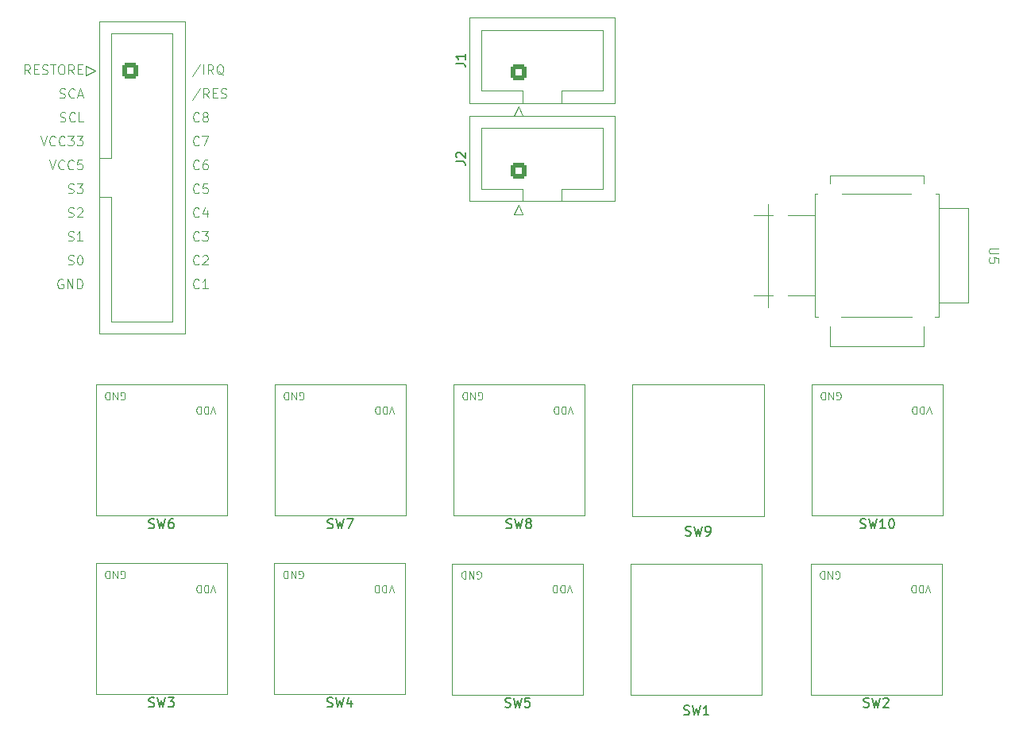
<source format=gbr>
%TF.GenerationSoftware,KiCad,Pcbnew,9.0.3*%
%TF.CreationDate,2025-08-24T22:33:59+02:00*%
%TF.ProjectId,test,74657374-2e6b-4696-9361-645f70636258,rev?*%
%TF.SameCoordinates,Original*%
%TF.FileFunction,Legend,Top*%
%TF.FilePolarity,Positive*%
%FSLAX46Y46*%
G04 Gerber Fmt 4.6, Leading zero omitted, Abs format (unit mm)*
G04 Created by KiCad (PCBNEW 9.0.3) date 2025-08-24 22:33:59*
%MOMM*%
%LPD*%
G01*
G04 APERTURE LIST*
G04 Aperture macros list*
%AMRoundRect*
0 Rectangle with rounded corners*
0 $1 Rounding radius*
0 $2 $3 $4 $5 $6 $7 $8 $9 X,Y pos of 4 corners*
0 Add a 4 corners polygon primitive as box body*
4,1,4,$2,$3,$4,$5,$6,$7,$8,$9,$2,$3,0*
0 Add four circle primitives for the rounded corners*
1,1,$1+$1,$2,$3*
1,1,$1+$1,$4,$5*
1,1,$1+$1,$6,$7*
1,1,$1+$1,$8,$9*
0 Add four rect primitives between the rounded corners*
20,1,$1+$1,$2,$3,$4,$5,0*
20,1,$1+$1,$4,$5,$6,$7,0*
20,1,$1+$1,$6,$7,$8,$9,0*
20,1,$1+$1,$8,$9,$2,$3,0*%
G04 Aperture macros list end*
%ADD10C,0.150000*%
%ADD11C,0.100000*%
%ADD12C,0.120000*%
%ADD13C,1.700000*%
%ADD14C,4.000000*%
%ADD15C,2.200000*%
%ADD16RoundRect,0.250000X0.600000X-0.600000X0.600000X0.600000X-0.600000X0.600000X-0.600000X-0.600000X0*%
%ADD17RoundRect,0.250000X-0.600000X-0.600000X0.600000X-0.600000X0.600000X0.600000X-0.600000X0.600000X0*%
%ADD18C,2.540000*%
%ADD19R,1.500000X2.000000*%
%ADD20C,1.800000*%
%ADD21C,1.750000*%
G04 APERTURE END LIST*
D10*
X100317467Y-156490200D02*
X100460324Y-156537819D01*
X100460324Y-156537819D02*
X100698419Y-156537819D01*
X100698419Y-156537819D02*
X100793657Y-156490200D01*
X100793657Y-156490200D02*
X100841276Y-156442580D01*
X100841276Y-156442580D02*
X100888895Y-156347342D01*
X100888895Y-156347342D02*
X100888895Y-156252104D01*
X100888895Y-156252104D02*
X100841276Y-156156866D01*
X100841276Y-156156866D02*
X100793657Y-156109247D01*
X100793657Y-156109247D02*
X100698419Y-156061628D01*
X100698419Y-156061628D02*
X100507943Y-156014009D01*
X100507943Y-156014009D02*
X100412705Y-155966390D01*
X100412705Y-155966390D02*
X100365086Y-155918771D01*
X100365086Y-155918771D02*
X100317467Y-155823533D01*
X100317467Y-155823533D02*
X100317467Y-155728295D01*
X100317467Y-155728295D02*
X100365086Y-155633057D01*
X100365086Y-155633057D02*
X100412705Y-155585438D01*
X100412705Y-155585438D02*
X100507943Y-155537819D01*
X100507943Y-155537819D02*
X100746038Y-155537819D01*
X100746038Y-155537819D02*
X100888895Y-155585438D01*
X101222229Y-155537819D02*
X101460324Y-156537819D01*
X101460324Y-156537819D02*
X101650800Y-155823533D01*
X101650800Y-155823533D02*
X101841276Y-156537819D01*
X101841276Y-156537819D02*
X102079372Y-155537819D01*
X102412705Y-155633057D02*
X102460324Y-155585438D01*
X102460324Y-155585438D02*
X102555562Y-155537819D01*
X102555562Y-155537819D02*
X102793657Y-155537819D01*
X102793657Y-155537819D02*
X102888895Y-155585438D01*
X102888895Y-155585438D02*
X102936514Y-155633057D01*
X102936514Y-155633057D02*
X102984133Y-155728295D01*
X102984133Y-155728295D02*
X102984133Y-155823533D01*
X102984133Y-155823533D02*
X102936514Y-155966390D01*
X102936514Y-155966390D02*
X102365086Y-156537819D01*
X102365086Y-156537819D02*
X102984133Y-156537819D01*
D11*
X107427020Y-144336904D02*
X107160353Y-143536904D01*
X107160353Y-143536904D02*
X106893687Y-144336904D01*
X106627020Y-143536904D02*
X106627020Y-144336904D01*
X106627020Y-144336904D02*
X106436544Y-144336904D01*
X106436544Y-144336904D02*
X106322258Y-144298809D01*
X106322258Y-144298809D02*
X106246068Y-144222619D01*
X106246068Y-144222619D02*
X106207973Y-144146428D01*
X106207973Y-144146428D02*
X106169877Y-143994047D01*
X106169877Y-143994047D02*
X106169877Y-143879761D01*
X106169877Y-143879761D02*
X106207973Y-143727380D01*
X106207973Y-143727380D02*
X106246068Y-143651190D01*
X106246068Y-143651190D02*
X106322258Y-143575000D01*
X106322258Y-143575000D02*
X106436544Y-143536904D01*
X106436544Y-143536904D02*
X106627020Y-143536904D01*
X105827020Y-143536904D02*
X105827020Y-144336904D01*
X105827020Y-144336904D02*
X105636544Y-144336904D01*
X105636544Y-144336904D02*
X105522258Y-144298809D01*
X105522258Y-144298809D02*
X105446068Y-144222619D01*
X105446068Y-144222619D02*
X105407973Y-144146428D01*
X105407973Y-144146428D02*
X105369877Y-143994047D01*
X105369877Y-143994047D02*
X105369877Y-143879761D01*
X105369877Y-143879761D02*
X105407973Y-143727380D01*
X105407973Y-143727380D02*
X105446068Y-143651190D01*
X105446068Y-143651190D02*
X105522258Y-143575000D01*
X105522258Y-143575000D02*
X105636544Y-143536904D01*
X105636544Y-143536904D02*
X105827020Y-143536904D01*
X97317887Y-142800209D02*
X97394077Y-142838304D01*
X97394077Y-142838304D02*
X97508363Y-142838304D01*
X97508363Y-142838304D02*
X97622649Y-142800209D01*
X97622649Y-142800209D02*
X97698839Y-142724019D01*
X97698839Y-142724019D02*
X97736934Y-142647828D01*
X97736934Y-142647828D02*
X97775030Y-142495447D01*
X97775030Y-142495447D02*
X97775030Y-142381161D01*
X97775030Y-142381161D02*
X97736934Y-142228780D01*
X97736934Y-142228780D02*
X97698839Y-142152590D01*
X97698839Y-142152590D02*
X97622649Y-142076400D01*
X97622649Y-142076400D02*
X97508363Y-142038304D01*
X97508363Y-142038304D02*
X97432172Y-142038304D01*
X97432172Y-142038304D02*
X97317887Y-142076400D01*
X97317887Y-142076400D02*
X97279791Y-142114495D01*
X97279791Y-142114495D02*
X97279791Y-142381161D01*
X97279791Y-142381161D02*
X97432172Y-142381161D01*
X96936934Y-142038304D02*
X96936934Y-142838304D01*
X96936934Y-142838304D02*
X96479791Y-142038304D01*
X96479791Y-142038304D02*
X96479791Y-142838304D01*
X96098839Y-142038304D02*
X96098839Y-142838304D01*
X96098839Y-142838304D02*
X95908363Y-142838304D01*
X95908363Y-142838304D02*
X95794077Y-142800209D01*
X95794077Y-142800209D02*
X95717887Y-142724019D01*
X95717887Y-142724019D02*
X95679792Y-142647828D01*
X95679792Y-142647828D02*
X95641696Y-142495447D01*
X95641696Y-142495447D02*
X95641696Y-142381161D01*
X95641696Y-142381161D02*
X95679792Y-142228780D01*
X95679792Y-142228780D02*
X95717887Y-142152590D01*
X95717887Y-142152590D02*
X95794077Y-142076400D01*
X95794077Y-142076400D02*
X95908363Y-142038304D01*
X95908363Y-142038304D02*
X96098839Y-142038304D01*
D10*
X56849819Y-98367833D02*
X57564104Y-98367833D01*
X57564104Y-98367833D02*
X57706961Y-98415452D01*
X57706961Y-98415452D02*
X57802200Y-98510690D01*
X57802200Y-98510690D02*
X57849819Y-98653547D01*
X57849819Y-98653547D02*
X57849819Y-98748785D01*
X56945057Y-97939261D02*
X56897438Y-97891642D01*
X56897438Y-97891642D02*
X56849819Y-97796404D01*
X56849819Y-97796404D02*
X56849819Y-97558309D01*
X56849819Y-97558309D02*
X56897438Y-97463071D01*
X56897438Y-97463071D02*
X56945057Y-97415452D01*
X56945057Y-97415452D02*
X57040295Y-97367833D01*
X57040295Y-97367833D02*
X57135533Y-97367833D01*
X57135533Y-97367833D02*
X57278390Y-97415452D01*
X57278390Y-97415452D02*
X57849819Y-97986880D01*
X57849819Y-97986880D02*
X57849819Y-97367833D01*
X56849819Y-87903033D02*
X57564104Y-87903033D01*
X57564104Y-87903033D02*
X57706961Y-87950652D01*
X57706961Y-87950652D02*
X57802200Y-88045890D01*
X57802200Y-88045890D02*
X57849819Y-88188747D01*
X57849819Y-88188747D02*
X57849819Y-88283985D01*
X57849819Y-86903033D02*
X57849819Y-87474461D01*
X57849819Y-87188747D02*
X56849819Y-87188747D01*
X56849819Y-87188747D02*
X56992676Y-87283985D01*
X56992676Y-87283985D02*
X57087914Y-87379223D01*
X57087914Y-87379223D02*
X57135533Y-87474461D01*
D11*
X29448312Y-109263180D02*
X29400693Y-109310800D01*
X29400693Y-109310800D02*
X29257836Y-109358419D01*
X29257836Y-109358419D02*
X29162598Y-109358419D01*
X29162598Y-109358419D02*
X29019741Y-109310800D01*
X29019741Y-109310800D02*
X28924503Y-109215561D01*
X28924503Y-109215561D02*
X28876884Y-109120323D01*
X28876884Y-109120323D02*
X28829265Y-108929847D01*
X28829265Y-108929847D02*
X28829265Y-108786990D01*
X28829265Y-108786990D02*
X28876884Y-108596514D01*
X28876884Y-108596514D02*
X28924503Y-108501276D01*
X28924503Y-108501276D02*
X29019741Y-108406038D01*
X29019741Y-108406038D02*
X29162598Y-108358419D01*
X29162598Y-108358419D02*
X29257836Y-108358419D01*
X29257836Y-108358419D02*
X29400693Y-108406038D01*
X29400693Y-108406038D02*
X29448312Y-108453657D01*
X29829265Y-108453657D02*
X29876884Y-108406038D01*
X29876884Y-108406038D02*
X29972122Y-108358419D01*
X29972122Y-108358419D02*
X30210217Y-108358419D01*
X30210217Y-108358419D02*
X30305455Y-108406038D01*
X30305455Y-108406038D02*
X30353074Y-108453657D01*
X30353074Y-108453657D02*
X30400693Y-108548895D01*
X30400693Y-108548895D02*
X30400693Y-108644133D01*
X30400693Y-108644133D02*
X30353074Y-108786990D01*
X30353074Y-108786990D02*
X29781646Y-109358419D01*
X29781646Y-109358419D02*
X30400693Y-109358419D01*
X15509027Y-109310800D02*
X15651884Y-109358419D01*
X15651884Y-109358419D02*
X15889979Y-109358419D01*
X15889979Y-109358419D02*
X15985217Y-109310800D01*
X15985217Y-109310800D02*
X16032836Y-109263180D01*
X16032836Y-109263180D02*
X16080455Y-109167942D01*
X16080455Y-109167942D02*
X16080455Y-109072704D01*
X16080455Y-109072704D02*
X16032836Y-108977466D01*
X16032836Y-108977466D02*
X15985217Y-108929847D01*
X15985217Y-108929847D02*
X15889979Y-108882228D01*
X15889979Y-108882228D02*
X15699503Y-108834609D01*
X15699503Y-108834609D02*
X15604265Y-108786990D01*
X15604265Y-108786990D02*
X15556646Y-108739371D01*
X15556646Y-108739371D02*
X15509027Y-108644133D01*
X15509027Y-108644133D02*
X15509027Y-108548895D01*
X15509027Y-108548895D02*
X15556646Y-108453657D01*
X15556646Y-108453657D02*
X15604265Y-108406038D01*
X15604265Y-108406038D02*
X15699503Y-108358419D01*
X15699503Y-108358419D02*
X15937598Y-108358419D01*
X15937598Y-108358419D02*
X16080455Y-108406038D01*
X16699503Y-108358419D02*
X16794741Y-108358419D01*
X16794741Y-108358419D02*
X16889979Y-108406038D01*
X16889979Y-108406038D02*
X16937598Y-108453657D01*
X16937598Y-108453657D02*
X16985217Y-108548895D01*
X16985217Y-108548895D02*
X17032836Y-108739371D01*
X17032836Y-108739371D02*
X17032836Y-108977466D01*
X17032836Y-108977466D02*
X16985217Y-109167942D01*
X16985217Y-109167942D02*
X16937598Y-109263180D01*
X16937598Y-109263180D02*
X16889979Y-109310800D01*
X16889979Y-109310800D02*
X16794741Y-109358419D01*
X16794741Y-109358419D02*
X16699503Y-109358419D01*
X16699503Y-109358419D02*
X16604265Y-109310800D01*
X16604265Y-109310800D02*
X16556646Y-109263180D01*
X16556646Y-109263180D02*
X16509027Y-109167942D01*
X16509027Y-109167942D02*
X16461408Y-108977466D01*
X16461408Y-108977466D02*
X16461408Y-108739371D01*
X16461408Y-108739371D02*
X16509027Y-108548895D01*
X16509027Y-108548895D02*
X16556646Y-108453657D01*
X16556646Y-108453657D02*
X16604265Y-108406038D01*
X16604265Y-108406038D02*
X16699503Y-108358419D01*
X29448312Y-111803180D02*
X29400693Y-111850800D01*
X29400693Y-111850800D02*
X29257836Y-111898419D01*
X29257836Y-111898419D02*
X29162598Y-111898419D01*
X29162598Y-111898419D02*
X29019741Y-111850800D01*
X29019741Y-111850800D02*
X28924503Y-111755561D01*
X28924503Y-111755561D02*
X28876884Y-111660323D01*
X28876884Y-111660323D02*
X28829265Y-111469847D01*
X28829265Y-111469847D02*
X28829265Y-111326990D01*
X28829265Y-111326990D02*
X28876884Y-111136514D01*
X28876884Y-111136514D02*
X28924503Y-111041276D01*
X28924503Y-111041276D02*
X29019741Y-110946038D01*
X29019741Y-110946038D02*
X29162598Y-110898419D01*
X29162598Y-110898419D02*
X29257836Y-110898419D01*
X29257836Y-110898419D02*
X29400693Y-110946038D01*
X29400693Y-110946038D02*
X29448312Y-110993657D01*
X30400693Y-111898419D02*
X29829265Y-111898419D01*
X30114979Y-111898419D02*
X30114979Y-110898419D01*
X30114979Y-110898419D02*
X30019741Y-111041276D01*
X30019741Y-111041276D02*
X29924503Y-111136514D01*
X29924503Y-111136514D02*
X29829265Y-111184133D01*
X29448312Y-99103180D02*
X29400693Y-99150800D01*
X29400693Y-99150800D02*
X29257836Y-99198419D01*
X29257836Y-99198419D02*
X29162598Y-99198419D01*
X29162598Y-99198419D02*
X29019741Y-99150800D01*
X29019741Y-99150800D02*
X28924503Y-99055561D01*
X28924503Y-99055561D02*
X28876884Y-98960323D01*
X28876884Y-98960323D02*
X28829265Y-98769847D01*
X28829265Y-98769847D02*
X28829265Y-98626990D01*
X28829265Y-98626990D02*
X28876884Y-98436514D01*
X28876884Y-98436514D02*
X28924503Y-98341276D01*
X28924503Y-98341276D02*
X29019741Y-98246038D01*
X29019741Y-98246038D02*
X29162598Y-98198419D01*
X29162598Y-98198419D02*
X29257836Y-98198419D01*
X29257836Y-98198419D02*
X29400693Y-98246038D01*
X29400693Y-98246038D02*
X29448312Y-98293657D01*
X30305455Y-98198419D02*
X30114979Y-98198419D01*
X30114979Y-98198419D02*
X30019741Y-98246038D01*
X30019741Y-98246038D02*
X29972122Y-98293657D01*
X29972122Y-98293657D02*
X29876884Y-98436514D01*
X29876884Y-98436514D02*
X29829265Y-98626990D01*
X29829265Y-98626990D02*
X29829265Y-99007942D01*
X29829265Y-99007942D02*
X29876884Y-99103180D01*
X29876884Y-99103180D02*
X29924503Y-99150800D01*
X29924503Y-99150800D02*
X30019741Y-99198419D01*
X30019741Y-99198419D02*
X30210217Y-99198419D01*
X30210217Y-99198419D02*
X30305455Y-99150800D01*
X30305455Y-99150800D02*
X30353074Y-99103180D01*
X30353074Y-99103180D02*
X30400693Y-99007942D01*
X30400693Y-99007942D02*
X30400693Y-98769847D01*
X30400693Y-98769847D02*
X30353074Y-98674609D01*
X30353074Y-98674609D02*
X30305455Y-98626990D01*
X30305455Y-98626990D02*
X30210217Y-98579371D01*
X30210217Y-98579371D02*
X30019741Y-98579371D01*
X30019741Y-98579371D02*
X29924503Y-98626990D01*
X29924503Y-98626990D02*
X29876884Y-98674609D01*
X29876884Y-98674609D02*
X29829265Y-98769847D01*
X29448312Y-106723180D02*
X29400693Y-106770800D01*
X29400693Y-106770800D02*
X29257836Y-106818419D01*
X29257836Y-106818419D02*
X29162598Y-106818419D01*
X29162598Y-106818419D02*
X29019741Y-106770800D01*
X29019741Y-106770800D02*
X28924503Y-106675561D01*
X28924503Y-106675561D02*
X28876884Y-106580323D01*
X28876884Y-106580323D02*
X28829265Y-106389847D01*
X28829265Y-106389847D02*
X28829265Y-106246990D01*
X28829265Y-106246990D02*
X28876884Y-106056514D01*
X28876884Y-106056514D02*
X28924503Y-105961276D01*
X28924503Y-105961276D02*
X29019741Y-105866038D01*
X29019741Y-105866038D02*
X29162598Y-105818419D01*
X29162598Y-105818419D02*
X29257836Y-105818419D01*
X29257836Y-105818419D02*
X29400693Y-105866038D01*
X29400693Y-105866038D02*
X29448312Y-105913657D01*
X29781646Y-105818419D02*
X30400693Y-105818419D01*
X30400693Y-105818419D02*
X30067360Y-106199371D01*
X30067360Y-106199371D02*
X30210217Y-106199371D01*
X30210217Y-106199371D02*
X30305455Y-106246990D01*
X30305455Y-106246990D02*
X30353074Y-106294609D01*
X30353074Y-106294609D02*
X30400693Y-106389847D01*
X30400693Y-106389847D02*
X30400693Y-106627942D01*
X30400693Y-106627942D02*
X30353074Y-106723180D01*
X30353074Y-106723180D02*
X30305455Y-106770800D01*
X30305455Y-106770800D02*
X30210217Y-106818419D01*
X30210217Y-106818419D02*
X29924503Y-106818419D01*
X29924503Y-106818419D02*
X29829265Y-106770800D01*
X29829265Y-106770800D02*
X29781646Y-106723180D01*
X29448312Y-101643180D02*
X29400693Y-101690800D01*
X29400693Y-101690800D02*
X29257836Y-101738419D01*
X29257836Y-101738419D02*
X29162598Y-101738419D01*
X29162598Y-101738419D02*
X29019741Y-101690800D01*
X29019741Y-101690800D02*
X28924503Y-101595561D01*
X28924503Y-101595561D02*
X28876884Y-101500323D01*
X28876884Y-101500323D02*
X28829265Y-101309847D01*
X28829265Y-101309847D02*
X28829265Y-101166990D01*
X28829265Y-101166990D02*
X28876884Y-100976514D01*
X28876884Y-100976514D02*
X28924503Y-100881276D01*
X28924503Y-100881276D02*
X29019741Y-100786038D01*
X29019741Y-100786038D02*
X29162598Y-100738419D01*
X29162598Y-100738419D02*
X29257836Y-100738419D01*
X29257836Y-100738419D02*
X29400693Y-100786038D01*
X29400693Y-100786038D02*
X29448312Y-100833657D01*
X30353074Y-100738419D02*
X29876884Y-100738419D01*
X29876884Y-100738419D02*
X29829265Y-101214609D01*
X29829265Y-101214609D02*
X29876884Y-101166990D01*
X29876884Y-101166990D02*
X29972122Y-101119371D01*
X29972122Y-101119371D02*
X30210217Y-101119371D01*
X30210217Y-101119371D02*
X30305455Y-101166990D01*
X30305455Y-101166990D02*
X30353074Y-101214609D01*
X30353074Y-101214609D02*
X30400693Y-101309847D01*
X30400693Y-101309847D02*
X30400693Y-101547942D01*
X30400693Y-101547942D02*
X30353074Y-101643180D01*
X30353074Y-101643180D02*
X30305455Y-101690800D01*
X30305455Y-101690800D02*
X30210217Y-101738419D01*
X30210217Y-101738419D02*
X29972122Y-101738419D01*
X29972122Y-101738419D02*
X29876884Y-101690800D01*
X29876884Y-101690800D02*
X29829265Y-101643180D01*
X29591169Y-87990800D02*
X28734027Y-89276514D01*
X29924503Y-89038419D02*
X29924503Y-88038419D01*
X30972121Y-89038419D02*
X30638788Y-88562228D01*
X30400693Y-89038419D02*
X30400693Y-88038419D01*
X30400693Y-88038419D02*
X30781645Y-88038419D01*
X30781645Y-88038419D02*
X30876883Y-88086038D01*
X30876883Y-88086038D02*
X30924502Y-88133657D01*
X30924502Y-88133657D02*
X30972121Y-88228895D01*
X30972121Y-88228895D02*
X30972121Y-88371752D01*
X30972121Y-88371752D02*
X30924502Y-88466990D01*
X30924502Y-88466990D02*
X30876883Y-88514609D01*
X30876883Y-88514609D02*
X30781645Y-88562228D01*
X30781645Y-88562228D02*
X30400693Y-88562228D01*
X32067359Y-89133657D02*
X31972121Y-89086038D01*
X31972121Y-89086038D02*
X31876883Y-88990800D01*
X31876883Y-88990800D02*
X31734026Y-88847942D01*
X31734026Y-88847942D02*
X31638788Y-88800323D01*
X31638788Y-88800323D02*
X31543550Y-88800323D01*
X31591169Y-89038419D02*
X31495931Y-88990800D01*
X31495931Y-88990800D02*
X31400693Y-88895561D01*
X31400693Y-88895561D02*
X31353074Y-88705085D01*
X31353074Y-88705085D02*
X31353074Y-88371752D01*
X31353074Y-88371752D02*
X31400693Y-88181276D01*
X31400693Y-88181276D02*
X31495931Y-88086038D01*
X31495931Y-88086038D02*
X31591169Y-88038419D01*
X31591169Y-88038419D02*
X31781645Y-88038419D01*
X31781645Y-88038419D02*
X31876883Y-88086038D01*
X31876883Y-88086038D02*
X31972121Y-88181276D01*
X31972121Y-88181276D02*
X32019740Y-88371752D01*
X32019740Y-88371752D02*
X32019740Y-88705085D01*
X32019740Y-88705085D02*
X31972121Y-88895561D01*
X31972121Y-88895561D02*
X31876883Y-88990800D01*
X31876883Y-88990800D02*
X31781645Y-89038419D01*
X31781645Y-89038419D02*
X31591169Y-89038419D01*
X29448312Y-104183180D02*
X29400693Y-104230800D01*
X29400693Y-104230800D02*
X29257836Y-104278419D01*
X29257836Y-104278419D02*
X29162598Y-104278419D01*
X29162598Y-104278419D02*
X29019741Y-104230800D01*
X29019741Y-104230800D02*
X28924503Y-104135561D01*
X28924503Y-104135561D02*
X28876884Y-104040323D01*
X28876884Y-104040323D02*
X28829265Y-103849847D01*
X28829265Y-103849847D02*
X28829265Y-103706990D01*
X28829265Y-103706990D02*
X28876884Y-103516514D01*
X28876884Y-103516514D02*
X28924503Y-103421276D01*
X28924503Y-103421276D02*
X29019741Y-103326038D01*
X29019741Y-103326038D02*
X29162598Y-103278419D01*
X29162598Y-103278419D02*
X29257836Y-103278419D01*
X29257836Y-103278419D02*
X29400693Y-103326038D01*
X29400693Y-103326038D02*
X29448312Y-103373657D01*
X30305455Y-103611752D02*
X30305455Y-104278419D01*
X30067360Y-103230800D02*
X29829265Y-103945085D01*
X29829265Y-103945085D02*
X30448312Y-103945085D01*
X15509027Y-104230800D02*
X15651884Y-104278419D01*
X15651884Y-104278419D02*
X15889979Y-104278419D01*
X15889979Y-104278419D02*
X15985217Y-104230800D01*
X15985217Y-104230800D02*
X16032836Y-104183180D01*
X16032836Y-104183180D02*
X16080455Y-104087942D01*
X16080455Y-104087942D02*
X16080455Y-103992704D01*
X16080455Y-103992704D02*
X16032836Y-103897466D01*
X16032836Y-103897466D02*
X15985217Y-103849847D01*
X15985217Y-103849847D02*
X15889979Y-103802228D01*
X15889979Y-103802228D02*
X15699503Y-103754609D01*
X15699503Y-103754609D02*
X15604265Y-103706990D01*
X15604265Y-103706990D02*
X15556646Y-103659371D01*
X15556646Y-103659371D02*
X15509027Y-103564133D01*
X15509027Y-103564133D02*
X15509027Y-103468895D01*
X15509027Y-103468895D02*
X15556646Y-103373657D01*
X15556646Y-103373657D02*
X15604265Y-103326038D01*
X15604265Y-103326038D02*
X15699503Y-103278419D01*
X15699503Y-103278419D02*
X15937598Y-103278419D01*
X15937598Y-103278419D02*
X16080455Y-103326038D01*
X16461408Y-103373657D02*
X16509027Y-103326038D01*
X16509027Y-103326038D02*
X16604265Y-103278419D01*
X16604265Y-103278419D02*
X16842360Y-103278419D01*
X16842360Y-103278419D02*
X16937598Y-103326038D01*
X16937598Y-103326038D02*
X16985217Y-103373657D01*
X16985217Y-103373657D02*
X17032836Y-103468895D01*
X17032836Y-103468895D02*
X17032836Y-103564133D01*
X17032836Y-103564133D02*
X16985217Y-103706990D01*
X16985217Y-103706990D02*
X16413789Y-104278419D01*
X16413789Y-104278419D02*
X17032836Y-104278419D01*
X29448312Y-94023180D02*
X29400693Y-94070800D01*
X29400693Y-94070800D02*
X29257836Y-94118419D01*
X29257836Y-94118419D02*
X29162598Y-94118419D01*
X29162598Y-94118419D02*
X29019741Y-94070800D01*
X29019741Y-94070800D02*
X28924503Y-93975561D01*
X28924503Y-93975561D02*
X28876884Y-93880323D01*
X28876884Y-93880323D02*
X28829265Y-93689847D01*
X28829265Y-93689847D02*
X28829265Y-93546990D01*
X28829265Y-93546990D02*
X28876884Y-93356514D01*
X28876884Y-93356514D02*
X28924503Y-93261276D01*
X28924503Y-93261276D02*
X29019741Y-93166038D01*
X29019741Y-93166038D02*
X29162598Y-93118419D01*
X29162598Y-93118419D02*
X29257836Y-93118419D01*
X29257836Y-93118419D02*
X29400693Y-93166038D01*
X29400693Y-93166038D02*
X29448312Y-93213657D01*
X30019741Y-93546990D02*
X29924503Y-93499371D01*
X29924503Y-93499371D02*
X29876884Y-93451752D01*
X29876884Y-93451752D02*
X29829265Y-93356514D01*
X29829265Y-93356514D02*
X29829265Y-93308895D01*
X29829265Y-93308895D02*
X29876884Y-93213657D01*
X29876884Y-93213657D02*
X29924503Y-93166038D01*
X29924503Y-93166038D02*
X30019741Y-93118419D01*
X30019741Y-93118419D02*
X30210217Y-93118419D01*
X30210217Y-93118419D02*
X30305455Y-93166038D01*
X30305455Y-93166038D02*
X30353074Y-93213657D01*
X30353074Y-93213657D02*
X30400693Y-93308895D01*
X30400693Y-93308895D02*
X30400693Y-93356514D01*
X30400693Y-93356514D02*
X30353074Y-93451752D01*
X30353074Y-93451752D02*
X30305455Y-93499371D01*
X30305455Y-93499371D02*
X30210217Y-93546990D01*
X30210217Y-93546990D02*
X30019741Y-93546990D01*
X30019741Y-93546990D02*
X29924503Y-93594609D01*
X29924503Y-93594609D02*
X29876884Y-93642228D01*
X29876884Y-93642228D02*
X29829265Y-93737466D01*
X29829265Y-93737466D02*
X29829265Y-93927942D01*
X29829265Y-93927942D02*
X29876884Y-94023180D01*
X29876884Y-94023180D02*
X29924503Y-94070800D01*
X29924503Y-94070800D02*
X30019741Y-94118419D01*
X30019741Y-94118419D02*
X30210217Y-94118419D01*
X30210217Y-94118419D02*
X30305455Y-94070800D01*
X30305455Y-94070800D02*
X30353074Y-94023180D01*
X30353074Y-94023180D02*
X30400693Y-93927942D01*
X30400693Y-93927942D02*
X30400693Y-93737466D01*
X30400693Y-93737466D02*
X30353074Y-93642228D01*
X30353074Y-93642228D02*
X30305455Y-93594609D01*
X30305455Y-93594609D02*
X30210217Y-93546990D01*
X14937598Y-110946038D02*
X14842360Y-110898419D01*
X14842360Y-110898419D02*
X14699503Y-110898419D01*
X14699503Y-110898419D02*
X14556646Y-110946038D01*
X14556646Y-110946038D02*
X14461408Y-111041276D01*
X14461408Y-111041276D02*
X14413789Y-111136514D01*
X14413789Y-111136514D02*
X14366170Y-111326990D01*
X14366170Y-111326990D02*
X14366170Y-111469847D01*
X14366170Y-111469847D02*
X14413789Y-111660323D01*
X14413789Y-111660323D02*
X14461408Y-111755561D01*
X14461408Y-111755561D02*
X14556646Y-111850800D01*
X14556646Y-111850800D02*
X14699503Y-111898419D01*
X14699503Y-111898419D02*
X14794741Y-111898419D01*
X14794741Y-111898419D02*
X14937598Y-111850800D01*
X14937598Y-111850800D02*
X14985217Y-111803180D01*
X14985217Y-111803180D02*
X14985217Y-111469847D01*
X14985217Y-111469847D02*
X14794741Y-111469847D01*
X15413789Y-111898419D02*
X15413789Y-110898419D01*
X15413789Y-110898419D02*
X15985217Y-111898419D01*
X15985217Y-111898419D02*
X15985217Y-110898419D01*
X16461408Y-111898419D02*
X16461408Y-110898419D01*
X16461408Y-110898419D02*
X16699503Y-110898419D01*
X16699503Y-110898419D02*
X16842360Y-110946038D01*
X16842360Y-110946038D02*
X16937598Y-111041276D01*
X16937598Y-111041276D02*
X16985217Y-111136514D01*
X16985217Y-111136514D02*
X17032836Y-111326990D01*
X17032836Y-111326990D02*
X17032836Y-111469847D01*
X17032836Y-111469847D02*
X16985217Y-111660323D01*
X16985217Y-111660323D02*
X16937598Y-111755561D01*
X16937598Y-111755561D02*
X16842360Y-111850800D01*
X16842360Y-111850800D02*
X16699503Y-111898419D01*
X16699503Y-111898419D02*
X16461408Y-111898419D01*
X15509027Y-101690800D02*
X15651884Y-101738419D01*
X15651884Y-101738419D02*
X15889979Y-101738419D01*
X15889979Y-101738419D02*
X15985217Y-101690800D01*
X15985217Y-101690800D02*
X16032836Y-101643180D01*
X16032836Y-101643180D02*
X16080455Y-101547942D01*
X16080455Y-101547942D02*
X16080455Y-101452704D01*
X16080455Y-101452704D02*
X16032836Y-101357466D01*
X16032836Y-101357466D02*
X15985217Y-101309847D01*
X15985217Y-101309847D02*
X15889979Y-101262228D01*
X15889979Y-101262228D02*
X15699503Y-101214609D01*
X15699503Y-101214609D02*
X15604265Y-101166990D01*
X15604265Y-101166990D02*
X15556646Y-101119371D01*
X15556646Y-101119371D02*
X15509027Y-101024133D01*
X15509027Y-101024133D02*
X15509027Y-100928895D01*
X15509027Y-100928895D02*
X15556646Y-100833657D01*
X15556646Y-100833657D02*
X15604265Y-100786038D01*
X15604265Y-100786038D02*
X15699503Y-100738419D01*
X15699503Y-100738419D02*
X15937598Y-100738419D01*
X15937598Y-100738419D02*
X16080455Y-100786038D01*
X16413789Y-100738419D02*
X17032836Y-100738419D01*
X17032836Y-100738419D02*
X16699503Y-101119371D01*
X16699503Y-101119371D02*
X16842360Y-101119371D01*
X16842360Y-101119371D02*
X16937598Y-101166990D01*
X16937598Y-101166990D02*
X16985217Y-101214609D01*
X16985217Y-101214609D02*
X17032836Y-101309847D01*
X17032836Y-101309847D02*
X17032836Y-101547942D01*
X17032836Y-101547942D02*
X16985217Y-101643180D01*
X16985217Y-101643180D02*
X16937598Y-101690800D01*
X16937598Y-101690800D02*
X16842360Y-101738419D01*
X16842360Y-101738419D02*
X16556646Y-101738419D01*
X16556646Y-101738419D02*
X16461408Y-101690800D01*
X16461408Y-101690800D02*
X16413789Y-101643180D01*
X12556646Y-95658419D02*
X12889979Y-96658419D01*
X12889979Y-96658419D02*
X13223312Y-95658419D01*
X14128074Y-96563180D02*
X14080455Y-96610800D01*
X14080455Y-96610800D02*
X13937598Y-96658419D01*
X13937598Y-96658419D02*
X13842360Y-96658419D01*
X13842360Y-96658419D02*
X13699503Y-96610800D01*
X13699503Y-96610800D02*
X13604265Y-96515561D01*
X13604265Y-96515561D02*
X13556646Y-96420323D01*
X13556646Y-96420323D02*
X13509027Y-96229847D01*
X13509027Y-96229847D02*
X13509027Y-96086990D01*
X13509027Y-96086990D02*
X13556646Y-95896514D01*
X13556646Y-95896514D02*
X13604265Y-95801276D01*
X13604265Y-95801276D02*
X13699503Y-95706038D01*
X13699503Y-95706038D02*
X13842360Y-95658419D01*
X13842360Y-95658419D02*
X13937598Y-95658419D01*
X13937598Y-95658419D02*
X14080455Y-95706038D01*
X14080455Y-95706038D02*
X14128074Y-95753657D01*
X15128074Y-96563180D02*
X15080455Y-96610800D01*
X15080455Y-96610800D02*
X14937598Y-96658419D01*
X14937598Y-96658419D02*
X14842360Y-96658419D01*
X14842360Y-96658419D02*
X14699503Y-96610800D01*
X14699503Y-96610800D02*
X14604265Y-96515561D01*
X14604265Y-96515561D02*
X14556646Y-96420323D01*
X14556646Y-96420323D02*
X14509027Y-96229847D01*
X14509027Y-96229847D02*
X14509027Y-96086990D01*
X14509027Y-96086990D02*
X14556646Y-95896514D01*
X14556646Y-95896514D02*
X14604265Y-95801276D01*
X14604265Y-95801276D02*
X14699503Y-95706038D01*
X14699503Y-95706038D02*
X14842360Y-95658419D01*
X14842360Y-95658419D02*
X14937598Y-95658419D01*
X14937598Y-95658419D02*
X15080455Y-95706038D01*
X15080455Y-95706038D02*
X15128074Y-95753657D01*
X15461408Y-95658419D02*
X16080455Y-95658419D01*
X16080455Y-95658419D02*
X15747122Y-96039371D01*
X15747122Y-96039371D02*
X15889979Y-96039371D01*
X15889979Y-96039371D02*
X15985217Y-96086990D01*
X15985217Y-96086990D02*
X16032836Y-96134609D01*
X16032836Y-96134609D02*
X16080455Y-96229847D01*
X16080455Y-96229847D02*
X16080455Y-96467942D01*
X16080455Y-96467942D02*
X16032836Y-96563180D01*
X16032836Y-96563180D02*
X15985217Y-96610800D01*
X15985217Y-96610800D02*
X15889979Y-96658419D01*
X15889979Y-96658419D02*
X15604265Y-96658419D01*
X15604265Y-96658419D02*
X15509027Y-96610800D01*
X15509027Y-96610800D02*
X15461408Y-96563180D01*
X16413789Y-95658419D02*
X17032836Y-95658419D01*
X17032836Y-95658419D02*
X16699503Y-96039371D01*
X16699503Y-96039371D02*
X16842360Y-96039371D01*
X16842360Y-96039371D02*
X16937598Y-96086990D01*
X16937598Y-96086990D02*
X16985217Y-96134609D01*
X16985217Y-96134609D02*
X17032836Y-96229847D01*
X17032836Y-96229847D02*
X17032836Y-96467942D01*
X17032836Y-96467942D02*
X16985217Y-96563180D01*
X16985217Y-96563180D02*
X16937598Y-96610800D01*
X16937598Y-96610800D02*
X16842360Y-96658419D01*
X16842360Y-96658419D02*
X16556646Y-96658419D01*
X16556646Y-96658419D02*
X16461408Y-96610800D01*
X16461408Y-96610800D02*
X16413789Y-96563180D01*
X13509027Y-98198419D02*
X13842360Y-99198419D01*
X13842360Y-99198419D02*
X14175693Y-98198419D01*
X15080455Y-99103180D02*
X15032836Y-99150800D01*
X15032836Y-99150800D02*
X14889979Y-99198419D01*
X14889979Y-99198419D02*
X14794741Y-99198419D01*
X14794741Y-99198419D02*
X14651884Y-99150800D01*
X14651884Y-99150800D02*
X14556646Y-99055561D01*
X14556646Y-99055561D02*
X14509027Y-98960323D01*
X14509027Y-98960323D02*
X14461408Y-98769847D01*
X14461408Y-98769847D02*
X14461408Y-98626990D01*
X14461408Y-98626990D02*
X14509027Y-98436514D01*
X14509027Y-98436514D02*
X14556646Y-98341276D01*
X14556646Y-98341276D02*
X14651884Y-98246038D01*
X14651884Y-98246038D02*
X14794741Y-98198419D01*
X14794741Y-98198419D02*
X14889979Y-98198419D01*
X14889979Y-98198419D02*
X15032836Y-98246038D01*
X15032836Y-98246038D02*
X15080455Y-98293657D01*
X16080455Y-99103180D02*
X16032836Y-99150800D01*
X16032836Y-99150800D02*
X15889979Y-99198419D01*
X15889979Y-99198419D02*
X15794741Y-99198419D01*
X15794741Y-99198419D02*
X15651884Y-99150800D01*
X15651884Y-99150800D02*
X15556646Y-99055561D01*
X15556646Y-99055561D02*
X15509027Y-98960323D01*
X15509027Y-98960323D02*
X15461408Y-98769847D01*
X15461408Y-98769847D02*
X15461408Y-98626990D01*
X15461408Y-98626990D02*
X15509027Y-98436514D01*
X15509027Y-98436514D02*
X15556646Y-98341276D01*
X15556646Y-98341276D02*
X15651884Y-98246038D01*
X15651884Y-98246038D02*
X15794741Y-98198419D01*
X15794741Y-98198419D02*
X15889979Y-98198419D01*
X15889979Y-98198419D02*
X16032836Y-98246038D01*
X16032836Y-98246038D02*
X16080455Y-98293657D01*
X16985217Y-98198419D02*
X16509027Y-98198419D01*
X16509027Y-98198419D02*
X16461408Y-98674609D01*
X16461408Y-98674609D02*
X16509027Y-98626990D01*
X16509027Y-98626990D02*
X16604265Y-98579371D01*
X16604265Y-98579371D02*
X16842360Y-98579371D01*
X16842360Y-98579371D02*
X16937598Y-98626990D01*
X16937598Y-98626990D02*
X16985217Y-98674609D01*
X16985217Y-98674609D02*
X17032836Y-98769847D01*
X17032836Y-98769847D02*
X17032836Y-99007942D01*
X17032836Y-99007942D02*
X16985217Y-99103180D01*
X16985217Y-99103180D02*
X16937598Y-99150800D01*
X16937598Y-99150800D02*
X16842360Y-99198419D01*
X16842360Y-99198419D02*
X16604265Y-99198419D01*
X16604265Y-99198419D02*
X16509027Y-99150800D01*
X16509027Y-99150800D02*
X16461408Y-99103180D01*
X11461407Y-89038419D02*
X11128074Y-88562228D01*
X10889979Y-89038419D02*
X10889979Y-88038419D01*
X10889979Y-88038419D02*
X11270931Y-88038419D01*
X11270931Y-88038419D02*
X11366169Y-88086038D01*
X11366169Y-88086038D02*
X11413788Y-88133657D01*
X11413788Y-88133657D02*
X11461407Y-88228895D01*
X11461407Y-88228895D02*
X11461407Y-88371752D01*
X11461407Y-88371752D02*
X11413788Y-88466990D01*
X11413788Y-88466990D02*
X11366169Y-88514609D01*
X11366169Y-88514609D02*
X11270931Y-88562228D01*
X11270931Y-88562228D02*
X10889979Y-88562228D01*
X11889979Y-88514609D02*
X12223312Y-88514609D01*
X12366169Y-89038419D02*
X11889979Y-89038419D01*
X11889979Y-89038419D02*
X11889979Y-88038419D01*
X11889979Y-88038419D02*
X12366169Y-88038419D01*
X12747122Y-88990800D02*
X12889979Y-89038419D01*
X12889979Y-89038419D02*
X13128074Y-89038419D01*
X13128074Y-89038419D02*
X13223312Y-88990800D01*
X13223312Y-88990800D02*
X13270931Y-88943180D01*
X13270931Y-88943180D02*
X13318550Y-88847942D01*
X13318550Y-88847942D02*
X13318550Y-88752704D01*
X13318550Y-88752704D02*
X13270931Y-88657466D01*
X13270931Y-88657466D02*
X13223312Y-88609847D01*
X13223312Y-88609847D02*
X13128074Y-88562228D01*
X13128074Y-88562228D02*
X12937598Y-88514609D01*
X12937598Y-88514609D02*
X12842360Y-88466990D01*
X12842360Y-88466990D02*
X12794741Y-88419371D01*
X12794741Y-88419371D02*
X12747122Y-88324133D01*
X12747122Y-88324133D02*
X12747122Y-88228895D01*
X12747122Y-88228895D02*
X12794741Y-88133657D01*
X12794741Y-88133657D02*
X12842360Y-88086038D01*
X12842360Y-88086038D02*
X12937598Y-88038419D01*
X12937598Y-88038419D02*
X13175693Y-88038419D01*
X13175693Y-88038419D02*
X13318550Y-88086038D01*
X13604265Y-88038419D02*
X14175693Y-88038419D01*
X13889979Y-89038419D02*
X13889979Y-88038419D01*
X14699503Y-88038419D02*
X14889979Y-88038419D01*
X14889979Y-88038419D02*
X14985217Y-88086038D01*
X14985217Y-88086038D02*
X15080455Y-88181276D01*
X15080455Y-88181276D02*
X15128074Y-88371752D01*
X15128074Y-88371752D02*
X15128074Y-88705085D01*
X15128074Y-88705085D02*
X15080455Y-88895561D01*
X15080455Y-88895561D02*
X14985217Y-88990800D01*
X14985217Y-88990800D02*
X14889979Y-89038419D01*
X14889979Y-89038419D02*
X14699503Y-89038419D01*
X14699503Y-89038419D02*
X14604265Y-88990800D01*
X14604265Y-88990800D02*
X14509027Y-88895561D01*
X14509027Y-88895561D02*
X14461408Y-88705085D01*
X14461408Y-88705085D02*
X14461408Y-88371752D01*
X14461408Y-88371752D02*
X14509027Y-88181276D01*
X14509027Y-88181276D02*
X14604265Y-88086038D01*
X14604265Y-88086038D02*
X14699503Y-88038419D01*
X16128074Y-89038419D02*
X15794741Y-88562228D01*
X15556646Y-89038419D02*
X15556646Y-88038419D01*
X15556646Y-88038419D02*
X15937598Y-88038419D01*
X15937598Y-88038419D02*
X16032836Y-88086038D01*
X16032836Y-88086038D02*
X16080455Y-88133657D01*
X16080455Y-88133657D02*
X16128074Y-88228895D01*
X16128074Y-88228895D02*
X16128074Y-88371752D01*
X16128074Y-88371752D02*
X16080455Y-88466990D01*
X16080455Y-88466990D02*
X16032836Y-88514609D01*
X16032836Y-88514609D02*
X15937598Y-88562228D01*
X15937598Y-88562228D02*
X15556646Y-88562228D01*
X16556646Y-88514609D02*
X16889979Y-88514609D01*
X17032836Y-89038419D02*
X16556646Y-89038419D01*
X16556646Y-89038419D02*
X16556646Y-88038419D01*
X16556646Y-88038419D02*
X17032836Y-88038419D01*
X14651884Y-94070800D02*
X14794741Y-94118419D01*
X14794741Y-94118419D02*
X15032836Y-94118419D01*
X15032836Y-94118419D02*
X15128074Y-94070800D01*
X15128074Y-94070800D02*
X15175693Y-94023180D01*
X15175693Y-94023180D02*
X15223312Y-93927942D01*
X15223312Y-93927942D02*
X15223312Y-93832704D01*
X15223312Y-93832704D02*
X15175693Y-93737466D01*
X15175693Y-93737466D02*
X15128074Y-93689847D01*
X15128074Y-93689847D02*
X15032836Y-93642228D01*
X15032836Y-93642228D02*
X14842360Y-93594609D01*
X14842360Y-93594609D02*
X14747122Y-93546990D01*
X14747122Y-93546990D02*
X14699503Y-93499371D01*
X14699503Y-93499371D02*
X14651884Y-93404133D01*
X14651884Y-93404133D02*
X14651884Y-93308895D01*
X14651884Y-93308895D02*
X14699503Y-93213657D01*
X14699503Y-93213657D02*
X14747122Y-93166038D01*
X14747122Y-93166038D02*
X14842360Y-93118419D01*
X14842360Y-93118419D02*
X15080455Y-93118419D01*
X15080455Y-93118419D02*
X15223312Y-93166038D01*
X16223312Y-94023180D02*
X16175693Y-94070800D01*
X16175693Y-94070800D02*
X16032836Y-94118419D01*
X16032836Y-94118419D02*
X15937598Y-94118419D01*
X15937598Y-94118419D02*
X15794741Y-94070800D01*
X15794741Y-94070800D02*
X15699503Y-93975561D01*
X15699503Y-93975561D02*
X15651884Y-93880323D01*
X15651884Y-93880323D02*
X15604265Y-93689847D01*
X15604265Y-93689847D02*
X15604265Y-93546990D01*
X15604265Y-93546990D02*
X15651884Y-93356514D01*
X15651884Y-93356514D02*
X15699503Y-93261276D01*
X15699503Y-93261276D02*
X15794741Y-93166038D01*
X15794741Y-93166038D02*
X15937598Y-93118419D01*
X15937598Y-93118419D02*
X16032836Y-93118419D01*
X16032836Y-93118419D02*
X16175693Y-93166038D01*
X16175693Y-93166038D02*
X16223312Y-93213657D01*
X17128074Y-94118419D02*
X16651884Y-94118419D01*
X16651884Y-94118419D02*
X16651884Y-93118419D01*
X14604265Y-91530800D02*
X14747122Y-91578419D01*
X14747122Y-91578419D02*
X14985217Y-91578419D01*
X14985217Y-91578419D02*
X15080455Y-91530800D01*
X15080455Y-91530800D02*
X15128074Y-91483180D01*
X15128074Y-91483180D02*
X15175693Y-91387942D01*
X15175693Y-91387942D02*
X15175693Y-91292704D01*
X15175693Y-91292704D02*
X15128074Y-91197466D01*
X15128074Y-91197466D02*
X15080455Y-91149847D01*
X15080455Y-91149847D02*
X14985217Y-91102228D01*
X14985217Y-91102228D02*
X14794741Y-91054609D01*
X14794741Y-91054609D02*
X14699503Y-91006990D01*
X14699503Y-91006990D02*
X14651884Y-90959371D01*
X14651884Y-90959371D02*
X14604265Y-90864133D01*
X14604265Y-90864133D02*
X14604265Y-90768895D01*
X14604265Y-90768895D02*
X14651884Y-90673657D01*
X14651884Y-90673657D02*
X14699503Y-90626038D01*
X14699503Y-90626038D02*
X14794741Y-90578419D01*
X14794741Y-90578419D02*
X15032836Y-90578419D01*
X15032836Y-90578419D02*
X15175693Y-90626038D01*
X16175693Y-91483180D02*
X16128074Y-91530800D01*
X16128074Y-91530800D02*
X15985217Y-91578419D01*
X15985217Y-91578419D02*
X15889979Y-91578419D01*
X15889979Y-91578419D02*
X15747122Y-91530800D01*
X15747122Y-91530800D02*
X15651884Y-91435561D01*
X15651884Y-91435561D02*
X15604265Y-91340323D01*
X15604265Y-91340323D02*
X15556646Y-91149847D01*
X15556646Y-91149847D02*
X15556646Y-91006990D01*
X15556646Y-91006990D02*
X15604265Y-90816514D01*
X15604265Y-90816514D02*
X15651884Y-90721276D01*
X15651884Y-90721276D02*
X15747122Y-90626038D01*
X15747122Y-90626038D02*
X15889979Y-90578419D01*
X15889979Y-90578419D02*
X15985217Y-90578419D01*
X15985217Y-90578419D02*
X16128074Y-90626038D01*
X16128074Y-90626038D02*
X16175693Y-90673657D01*
X16556646Y-91292704D02*
X17032836Y-91292704D01*
X16461408Y-91578419D02*
X16794741Y-90578419D01*
X16794741Y-90578419D02*
X17128074Y-91578419D01*
X29448312Y-96563180D02*
X29400693Y-96610800D01*
X29400693Y-96610800D02*
X29257836Y-96658419D01*
X29257836Y-96658419D02*
X29162598Y-96658419D01*
X29162598Y-96658419D02*
X29019741Y-96610800D01*
X29019741Y-96610800D02*
X28924503Y-96515561D01*
X28924503Y-96515561D02*
X28876884Y-96420323D01*
X28876884Y-96420323D02*
X28829265Y-96229847D01*
X28829265Y-96229847D02*
X28829265Y-96086990D01*
X28829265Y-96086990D02*
X28876884Y-95896514D01*
X28876884Y-95896514D02*
X28924503Y-95801276D01*
X28924503Y-95801276D02*
X29019741Y-95706038D01*
X29019741Y-95706038D02*
X29162598Y-95658419D01*
X29162598Y-95658419D02*
X29257836Y-95658419D01*
X29257836Y-95658419D02*
X29400693Y-95706038D01*
X29400693Y-95706038D02*
X29448312Y-95753657D01*
X29781646Y-95658419D02*
X30448312Y-95658419D01*
X30448312Y-95658419D02*
X30019741Y-96658419D01*
X15509027Y-106770800D02*
X15651884Y-106818419D01*
X15651884Y-106818419D02*
X15889979Y-106818419D01*
X15889979Y-106818419D02*
X15985217Y-106770800D01*
X15985217Y-106770800D02*
X16032836Y-106723180D01*
X16032836Y-106723180D02*
X16080455Y-106627942D01*
X16080455Y-106627942D02*
X16080455Y-106532704D01*
X16080455Y-106532704D02*
X16032836Y-106437466D01*
X16032836Y-106437466D02*
X15985217Y-106389847D01*
X15985217Y-106389847D02*
X15889979Y-106342228D01*
X15889979Y-106342228D02*
X15699503Y-106294609D01*
X15699503Y-106294609D02*
X15604265Y-106246990D01*
X15604265Y-106246990D02*
X15556646Y-106199371D01*
X15556646Y-106199371D02*
X15509027Y-106104133D01*
X15509027Y-106104133D02*
X15509027Y-106008895D01*
X15509027Y-106008895D02*
X15556646Y-105913657D01*
X15556646Y-105913657D02*
X15604265Y-105866038D01*
X15604265Y-105866038D02*
X15699503Y-105818419D01*
X15699503Y-105818419D02*
X15937598Y-105818419D01*
X15937598Y-105818419D02*
X16080455Y-105866038D01*
X17032836Y-106818419D02*
X16461408Y-106818419D01*
X16747122Y-106818419D02*
X16747122Y-105818419D01*
X16747122Y-105818419D02*
X16651884Y-105961276D01*
X16651884Y-105961276D02*
X16556646Y-106056514D01*
X16556646Y-106056514D02*
X16461408Y-106104133D01*
X29591169Y-90530800D02*
X28734027Y-91816514D01*
X30495931Y-91578419D02*
X30162598Y-91102228D01*
X29924503Y-91578419D02*
X29924503Y-90578419D01*
X29924503Y-90578419D02*
X30305455Y-90578419D01*
X30305455Y-90578419D02*
X30400693Y-90626038D01*
X30400693Y-90626038D02*
X30448312Y-90673657D01*
X30448312Y-90673657D02*
X30495931Y-90768895D01*
X30495931Y-90768895D02*
X30495931Y-90911752D01*
X30495931Y-90911752D02*
X30448312Y-91006990D01*
X30448312Y-91006990D02*
X30400693Y-91054609D01*
X30400693Y-91054609D02*
X30305455Y-91102228D01*
X30305455Y-91102228D02*
X29924503Y-91102228D01*
X30924503Y-91054609D02*
X31257836Y-91054609D01*
X31400693Y-91578419D02*
X30924503Y-91578419D01*
X30924503Y-91578419D02*
X30924503Y-90578419D01*
X30924503Y-90578419D02*
X31400693Y-90578419D01*
X31781646Y-91530800D02*
X31924503Y-91578419D01*
X31924503Y-91578419D02*
X32162598Y-91578419D01*
X32162598Y-91578419D02*
X32257836Y-91530800D01*
X32257836Y-91530800D02*
X32305455Y-91483180D01*
X32305455Y-91483180D02*
X32353074Y-91387942D01*
X32353074Y-91387942D02*
X32353074Y-91292704D01*
X32353074Y-91292704D02*
X32305455Y-91197466D01*
X32305455Y-91197466D02*
X32257836Y-91149847D01*
X32257836Y-91149847D02*
X32162598Y-91102228D01*
X32162598Y-91102228D02*
X31972122Y-91054609D01*
X31972122Y-91054609D02*
X31876884Y-91006990D01*
X31876884Y-91006990D02*
X31829265Y-90959371D01*
X31829265Y-90959371D02*
X31781646Y-90864133D01*
X31781646Y-90864133D02*
X31781646Y-90768895D01*
X31781646Y-90768895D02*
X31829265Y-90673657D01*
X31829265Y-90673657D02*
X31876884Y-90626038D01*
X31876884Y-90626038D02*
X31972122Y-90578419D01*
X31972122Y-90578419D02*
X32210217Y-90578419D01*
X32210217Y-90578419D02*
X32353074Y-90626038D01*
D10*
X43167467Y-137414800D02*
X43310324Y-137462419D01*
X43310324Y-137462419D02*
X43548419Y-137462419D01*
X43548419Y-137462419D02*
X43643657Y-137414800D01*
X43643657Y-137414800D02*
X43691276Y-137367180D01*
X43691276Y-137367180D02*
X43738895Y-137271942D01*
X43738895Y-137271942D02*
X43738895Y-137176704D01*
X43738895Y-137176704D02*
X43691276Y-137081466D01*
X43691276Y-137081466D02*
X43643657Y-137033847D01*
X43643657Y-137033847D02*
X43548419Y-136986228D01*
X43548419Y-136986228D02*
X43357943Y-136938609D01*
X43357943Y-136938609D02*
X43262705Y-136890990D01*
X43262705Y-136890990D02*
X43215086Y-136843371D01*
X43215086Y-136843371D02*
X43167467Y-136748133D01*
X43167467Y-136748133D02*
X43167467Y-136652895D01*
X43167467Y-136652895D02*
X43215086Y-136557657D01*
X43215086Y-136557657D02*
X43262705Y-136510038D01*
X43262705Y-136510038D02*
X43357943Y-136462419D01*
X43357943Y-136462419D02*
X43596038Y-136462419D01*
X43596038Y-136462419D02*
X43738895Y-136510038D01*
X44072229Y-136462419D02*
X44310324Y-137462419D01*
X44310324Y-137462419D02*
X44500800Y-136748133D01*
X44500800Y-136748133D02*
X44691276Y-137462419D01*
X44691276Y-137462419D02*
X44929372Y-136462419D01*
X45215086Y-136462419D02*
X45881752Y-136462419D01*
X45881752Y-136462419D02*
X45453181Y-137462419D01*
D11*
X50277020Y-125261504D02*
X50010353Y-124461504D01*
X50010353Y-124461504D02*
X49743687Y-125261504D01*
X49477020Y-124461504D02*
X49477020Y-125261504D01*
X49477020Y-125261504D02*
X49286544Y-125261504D01*
X49286544Y-125261504D02*
X49172258Y-125223409D01*
X49172258Y-125223409D02*
X49096068Y-125147219D01*
X49096068Y-125147219D02*
X49057973Y-125071028D01*
X49057973Y-125071028D02*
X49019877Y-124918647D01*
X49019877Y-124918647D02*
X49019877Y-124804361D01*
X49019877Y-124804361D02*
X49057973Y-124651980D01*
X49057973Y-124651980D02*
X49096068Y-124575790D01*
X49096068Y-124575790D02*
X49172258Y-124499600D01*
X49172258Y-124499600D02*
X49286544Y-124461504D01*
X49286544Y-124461504D02*
X49477020Y-124461504D01*
X48677020Y-124461504D02*
X48677020Y-125261504D01*
X48677020Y-125261504D02*
X48486544Y-125261504D01*
X48486544Y-125261504D02*
X48372258Y-125223409D01*
X48372258Y-125223409D02*
X48296068Y-125147219D01*
X48296068Y-125147219D02*
X48257973Y-125071028D01*
X48257973Y-125071028D02*
X48219877Y-124918647D01*
X48219877Y-124918647D02*
X48219877Y-124804361D01*
X48219877Y-124804361D02*
X48257973Y-124651980D01*
X48257973Y-124651980D02*
X48296068Y-124575790D01*
X48296068Y-124575790D02*
X48372258Y-124499600D01*
X48372258Y-124499600D02*
X48486544Y-124461504D01*
X48486544Y-124461504D02*
X48677020Y-124461504D01*
X40167887Y-123724809D02*
X40244077Y-123762904D01*
X40244077Y-123762904D02*
X40358363Y-123762904D01*
X40358363Y-123762904D02*
X40472649Y-123724809D01*
X40472649Y-123724809D02*
X40548839Y-123648619D01*
X40548839Y-123648619D02*
X40586934Y-123572428D01*
X40586934Y-123572428D02*
X40625030Y-123420047D01*
X40625030Y-123420047D02*
X40625030Y-123305761D01*
X40625030Y-123305761D02*
X40586934Y-123153380D01*
X40586934Y-123153380D02*
X40548839Y-123077190D01*
X40548839Y-123077190D02*
X40472649Y-123001000D01*
X40472649Y-123001000D02*
X40358363Y-122962904D01*
X40358363Y-122962904D02*
X40282172Y-122962904D01*
X40282172Y-122962904D02*
X40167887Y-123001000D01*
X40167887Y-123001000D02*
X40129791Y-123039095D01*
X40129791Y-123039095D02*
X40129791Y-123305761D01*
X40129791Y-123305761D02*
X40282172Y-123305761D01*
X39786934Y-122962904D02*
X39786934Y-123762904D01*
X39786934Y-123762904D02*
X39329791Y-122962904D01*
X39329791Y-122962904D02*
X39329791Y-123762904D01*
X38948839Y-122962904D02*
X38948839Y-123762904D01*
X38948839Y-123762904D02*
X38758363Y-123762904D01*
X38758363Y-123762904D02*
X38644077Y-123724809D01*
X38644077Y-123724809D02*
X38567887Y-123648619D01*
X38567887Y-123648619D02*
X38529792Y-123572428D01*
X38529792Y-123572428D02*
X38491696Y-123420047D01*
X38491696Y-123420047D02*
X38491696Y-123305761D01*
X38491696Y-123305761D02*
X38529792Y-123153380D01*
X38529792Y-123153380D02*
X38567887Y-123077190D01*
X38567887Y-123077190D02*
X38644077Y-123001000D01*
X38644077Y-123001000D02*
X38758363Y-122962904D01*
X38758363Y-122962904D02*
X38948839Y-122962904D01*
D10*
X43116667Y-156464800D02*
X43259524Y-156512419D01*
X43259524Y-156512419D02*
X43497619Y-156512419D01*
X43497619Y-156512419D02*
X43592857Y-156464800D01*
X43592857Y-156464800D02*
X43640476Y-156417180D01*
X43640476Y-156417180D02*
X43688095Y-156321942D01*
X43688095Y-156321942D02*
X43688095Y-156226704D01*
X43688095Y-156226704D02*
X43640476Y-156131466D01*
X43640476Y-156131466D02*
X43592857Y-156083847D01*
X43592857Y-156083847D02*
X43497619Y-156036228D01*
X43497619Y-156036228D02*
X43307143Y-155988609D01*
X43307143Y-155988609D02*
X43211905Y-155940990D01*
X43211905Y-155940990D02*
X43164286Y-155893371D01*
X43164286Y-155893371D02*
X43116667Y-155798133D01*
X43116667Y-155798133D02*
X43116667Y-155702895D01*
X43116667Y-155702895D02*
X43164286Y-155607657D01*
X43164286Y-155607657D02*
X43211905Y-155560038D01*
X43211905Y-155560038D02*
X43307143Y-155512419D01*
X43307143Y-155512419D02*
X43545238Y-155512419D01*
X43545238Y-155512419D02*
X43688095Y-155560038D01*
X44021429Y-155512419D02*
X44259524Y-156512419D01*
X44259524Y-156512419D02*
X44450000Y-155798133D01*
X44450000Y-155798133D02*
X44640476Y-156512419D01*
X44640476Y-156512419D02*
X44878572Y-155512419D01*
X45688095Y-155845752D02*
X45688095Y-156512419D01*
X45450000Y-155464800D02*
X45211905Y-156179085D01*
X45211905Y-156179085D02*
X45830952Y-156179085D01*
D11*
X50226220Y-144311504D02*
X49959553Y-143511504D01*
X49959553Y-143511504D02*
X49692887Y-144311504D01*
X49426220Y-143511504D02*
X49426220Y-144311504D01*
X49426220Y-144311504D02*
X49235744Y-144311504D01*
X49235744Y-144311504D02*
X49121458Y-144273409D01*
X49121458Y-144273409D02*
X49045268Y-144197219D01*
X49045268Y-144197219D02*
X49007173Y-144121028D01*
X49007173Y-144121028D02*
X48969077Y-143968647D01*
X48969077Y-143968647D02*
X48969077Y-143854361D01*
X48969077Y-143854361D02*
X49007173Y-143701980D01*
X49007173Y-143701980D02*
X49045268Y-143625790D01*
X49045268Y-143625790D02*
X49121458Y-143549600D01*
X49121458Y-143549600D02*
X49235744Y-143511504D01*
X49235744Y-143511504D02*
X49426220Y-143511504D01*
X48626220Y-143511504D02*
X48626220Y-144311504D01*
X48626220Y-144311504D02*
X48435744Y-144311504D01*
X48435744Y-144311504D02*
X48321458Y-144273409D01*
X48321458Y-144273409D02*
X48245268Y-144197219D01*
X48245268Y-144197219D02*
X48207173Y-144121028D01*
X48207173Y-144121028D02*
X48169077Y-143968647D01*
X48169077Y-143968647D02*
X48169077Y-143854361D01*
X48169077Y-143854361D02*
X48207173Y-143701980D01*
X48207173Y-143701980D02*
X48245268Y-143625790D01*
X48245268Y-143625790D02*
X48321458Y-143549600D01*
X48321458Y-143549600D02*
X48435744Y-143511504D01*
X48435744Y-143511504D02*
X48626220Y-143511504D01*
X40117087Y-142774809D02*
X40193277Y-142812904D01*
X40193277Y-142812904D02*
X40307563Y-142812904D01*
X40307563Y-142812904D02*
X40421849Y-142774809D01*
X40421849Y-142774809D02*
X40498039Y-142698619D01*
X40498039Y-142698619D02*
X40536134Y-142622428D01*
X40536134Y-142622428D02*
X40574230Y-142470047D01*
X40574230Y-142470047D02*
X40574230Y-142355761D01*
X40574230Y-142355761D02*
X40536134Y-142203380D01*
X40536134Y-142203380D02*
X40498039Y-142127190D01*
X40498039Y-142127190D02*
X40421849Y-142051000D01*
X40421849Y-142051000D02*
X40307563Y-142012904D01*
X40307563Y-142012904D02*
X40231372Y-142012904D01*
X40231372Y-142012904D02*
X40117087Y-142051000D01*
X40117087Y-142051000D02*
X40078991Y-142089095D01*
X40078991Y-142089095D02*
X40078991Y-142355761D01*
X40078991Y-142355761D02*
X40231372Y-142355761D01*
X39736134Y-142012904D02*
X39736134Y-142812904D01*
X39736134Y-142812904D02*
X39278991Y-142012904D01*
X39278991Y-142012904D02*
X39278991Y-142812904D01*
X38898039Y-142012904D02*
X38898039Y-142812904D01*
X38898039Y-142812904D02*
X38707563Y-142812904D01*
X38707563Y-142812904D02*
X38593277Y-142774809D01*
X38593277Y-142774809D02*
X38517087Y-142698619D01*
X38517087Y-142698619D02*
X38478992Y-142622428D01*
X38478992Y-142622428D02*
X38440896Y-142470047D01*
X38440896Y-142470047D02*
X38440896Y-142355761D01*
X38440896Y-142355761D02*
X38478992Y-142203380D01*
X38478992Y-142203380D02*
X38517087Y-142127190D01*
X38517087Y-142127190D02*
X38593277Y-142051000D01*
X38593277Y-142051000D02*
X38707563Y-142012904D01*
X38707563Y-142012904D02*
X38898039Y-142012904D01*
D10*
X62090467Y-156490200D02*
X62233324Y-156537819D01*
X62233324Y-156537819D02*
X62471419Y-156537819D01*
X62471419Y-156537819D02*
X62566657Y-156490200D01*
X62566657Y-156490200D02*
X62614276Y-156442580D01*
X62614276Y-156442580D02*
X62661895Y-156347342D01*
X62661895Y-156347342D02*
X62661895Y-156252104D01*
X62661895Y-156252104D02*
X62614276Y-156156866D01*
X62614276Y-156156866D02*
X62566657Y-156109247D01*
X62566657Y-156109247D02*
X62471419Y-156061628D01*
X62471419Y-156061628D02*
X62280943Y-156014009D01*
X62280943Y-156014009D02*
X62185705Y-155966390D01*
X62185705Y-155966390D02*
X62138086Y-155918771D01*
X62138086Y-155918771D02*
X62090467Y-155823533D01*
X62090467Y-155823533D02*
X62090467Y-155728295D01*
X62090467Y-155728295D02*
X62138086Y-155633057D01*
X62138086Y-155633057D02*
X62185705Y-155585438D01*
X62185705Y-155585438D02*
X62280943Y-155537819D01*
X62280943Y-155537819D02*
X62519038Y-155537819D01*
X62519038Y-155537819D02*
X62661895Y-155585438D01*
X62995229Y-155537819D02*
X63233324Y-156537819D01*
X63233324Y-156537819D02*
X63423800Y-155823533D01*
X63423800Y-155823533D02*
X63614276Y-156537819D01*
X63614276Y-156537819D02*
X63852372Y-155537819D01*
X64709514Y-155537819D02*
X64233324Y-155537819D01*
X64233324Y-155537819D02*
X64185705Y-156014009D01*
X64185705Y-156014009D02*
X64233324Y-155966390D01*
X64233324Y-155966390D02*
X64328562Y-155918771D01*
X64328562Y-155918771D02*
X64566657Y-155918771D01*
X64566657Y-155918771D02*
X64661895Y-155966390D01*
X64661895Y-155966390D02*
X64709514Y-156014009D01*
X64709514Y-156014009D02*
X64757133Y-156109247D01*
X64757133Y-156109247D02*
X64757133Y-156347342D01*
X64757133Y-156347342D02*
X64709514Y-156442580D01*
X64709514Y-156442580D02*
X64661895Y-156490200D01*
X64661895Y-156490200D02*
X64566657Y-156537819D01*
X64566657Y-156537819D02*
X64328562Y-156537819D01*
X64328562Y-156537819D02*
X64233324Y-156490200D01*
X64233324Y-156490200D02*
X64185705Y-156442580D01*
D11*
X69200020Y-144336904D02*
X68933353Y-143536904D01*
X68933353Y-143536904D02*
X68666687Y-144336904D01*
X68400020Y-143536904D02*
X68400020Y-144336904D01*
X68400020Y-144336904D02*
X68209544Y-144336904D01*
X68209544Y-144336904D02*
X68095258Y-144298809D01*
X68095258Y-144298809D02*
X68019068Y-144222619D01*
X68019068Y-144222619D02*
X67980973Y-144146428D01*
X67980973Y-144146428D02*
X67942877Y-143994047D01*
X67942877Y-143994047D02*
X67942877Y-143879761D01*
X67942877Y-143879761D02*
X67980973Y-143727380D01*
X67980973Y-143727380D02*
X68019068Y-143651190D01*
X68019068Y-143651190D02*
X68095258Y-143575000D01*
X68095258Y-143575000D02*
X68209544Y-143536904D01*
X68209544Y-143536904D02*
X68400020Y-143536904D01*
X67600020Y-143536904D02*
X67600020Y-144336904D01*
X67600020Y-144336904D02*
X67409544Y-144336904D01*
X67409544Y-144336904D02*
X67295258Y-144298809D01*
X67295258Y-144298809D02*
X67219068Y-144222619D01*
X67219068Y-144222619D02*
X67180973Y-144146428D01*
X67180973Y-144146428D02*
X67142877Y-143994047D01*
X67142877Y-143994047D02*
X67142877Y-143879761D01*
X67142877Y-143879761D02*
X67180973Y-143727380D01*
X67180973Y-143727380D02*
X67219068Y-143651190D01*
X67219068Y-143651190D02*
X67295258Y-143575000D01*
X67295258Y-143575000D02*
X67409544Y-143536904D01*
X67409544Y-143536904D02*
X67600020Y-143536904D01*
X59090887Y-142800209D02*
X59167077Y-142838304D01*
X59167077Y-142838304D02*
X59281363Y-142838304D01*
X59281363Y-142838304D02*
X59395649Y-142800209D01*
X59395649Y-142800209D02*
X59471839Y-142724019D01*
X59471839Y-142724019D02*
X59509934Y-142647828D01*
X59509934Y-142647828D02*
X59548030Y-142495447D01*
X59548030Y-142495447D02*
X59548030Y-142381161D01*
X59548030Y-142381161D02*
X59509934Y-142228780D01*
X59509934Y-142228780D02*
X59471839Y-142152590D01*
X59471839Y-142152590D02*
X59395649Y-142076400D01*
X59395649Y-142076400D02*
X59281363Y-142038304D01*
X59281363Y-142038304D02*
X59205172Y-142038304D01*
X59205172Y-142038304D02*
X59090887Y-142076400D01*
X59090887Y-142076400D02*
X59052791Y-142114495D01*
X59052791Y-142114495D02*
X59052791Y-142381161D01*
X59052791Y-142381161D02*
X59205172Y-142381161D01*
X58709934Y-142038304D02*
X58709934Y-142838304D01*
X58709934Y-142838304D02*
X58252791Y-142038304D01*
X58252791Y-142038304D02*
X58252791Y-142838304D01*
X57871839Y-142038304D02*
X57871839Y-142838304D01*
X57871839Y-142838304D02*
X57681363Y-142838304D01*
X57681363Y-142838304D02*
X57567077Y-142800209D01*
X57567077Y-142800209D02*
X57490887Y-142724019D01*
X57490887Y-142724019D02*
X57452792Y-142647828D01*
X57452792Y-142647828D02*
X57414696Y-142495447D01*
X57414696Y-142495447D02*
X57414696Y-142381161D01*
X57414696Y-142381161D02*
X57452792Y-142228780D01*
X57452792Y-142228780D02*
X57490887Y-142152590D01*
X57490887Y-142152590D02*
X57567077Y-142076400D01*
X57567077Y-142076400D02*
X57681363Y-142038304D01*
X57681363Y-142038304D02*
X57871839Y-142038304D01*
D10*
X24117467Y-156464800D02*
X24260324Y-156512419D01*
X24260324Y-156512419D02*
X24498419Y-156512419D01*
X24498419Y-156512419D02*
X24593657Y-156464800D01*
X24593657Y-156464800D02*
X24641276Y-156417180D01*
X24641276Y-156417180D02*
X24688895Y-156321942D01*
X24688895Y-156321942D02*
X24688895Y-156226704D01*
X24688895Y-156226704D02*
X24641276Y-156131466D01*
X24641276Y-156131466D02*
X24593657Y-156083847D01*
X24593657Y-156083847D02*
X24498419Y-156036228D01*
X24498419Y-156036228D02*
X24307943Y-155988609D01*
X24307943Y-155988609D02*
X24212705Y-155940990D01*
X24212705Y-155940990D02*
X24165086Y-155893371D01*
X24165086Y-155893371D02*
X24117467Y-155798133D01*
X24117467Y-155798133D02*
X24117467Y-155702895D01*
X24117467Y-155702895D02*
X24165086Y-155607657D01*
X24165086Y-155607657D02*
X24212705Y-155560038D01*
X24212705Y-155560038D02*
X24307943Y-155512419D01*
X24307943Y-155512419D02*
X24546038Y-155512419D01*
X24546038Y-155512419D02*
X24688895Y-155560038D01*
X25022229Y-155512419D02*
X25260324Y-156512419D01*
X25260324Y-156512419D02*
X25450800Y-155798133D01*
X25450800Y-155798133D02*
X25641276Y-156512419D01*
X25641276Y-156512419D02*
X25879372Y-155512419D01*
X26165086Y-155512419D02*
X26784133Y-155512419D01*
X26784133Y-155512419D02*
X26450800Y-155893371D01*
X26450800Y-155893371D02*
X26593657Y-155893371D01*
X26593657Y-155893371D02*
X26688895Y-155940990D01*
X26688895Y-155940990D02*
X26736514Y-155988609D01*
X26736514Y-155988609D02*
X26784133Y-156083847D01*
X26784133Y-156083847D02*
X26784133Y-156321942D01*
X26784133Y-156321942D02*
X26736514Y-156417180D01*
X26736514Y-156417180D02*
X26688895Y-156464800D01*
X26688895Y-156464800D02*
X26593657Y-156512419D01*
X26593657Y-156512419D02*
X26307943Y-156512419D01*
X26307943Y-156512419D02*
X26212705Y-156464800D01*
X26212705Y-156464800D02*
X26165086Y-156417180D01*
D11*
X31227020Y-144311504D02*
X30960353Y-143511504D01*
X30960353Y-143511504D02*
X30693687Y-144311504D01*
X30427020Y-143511504D02*
X30427020Y-144311504D01*
X30427020Y-144311504D02*
X30236544Y-144311504D01*
X30236544Y-144311504D02*
X30122258Y-144273409D01*
X30122258Y-144273409D02*
X30046068Y-144197219D01*
X30046068Y-144197219D02*
X30007973Y-144121028D01*
X30007973Y-144121028D02*
X29969877Y-143968647D01*
X29969877Y-143968647D02*
X29969877Y-143854361D01*
X29969877Y-143854361D02*
X30007973Y-143701980D01*
X30007973Y-143701980D02*
X30046068Y-143625790D01*
X30046068Y-143625790D02*
X30122258Y-143549600D01*
X30122258Y-143549600D02*
X30236544Y-143511504D01*
X30236544Y-143511504D02*
X30427020Y-143511504D01*
X29627020Y-143511504D02*
X29627020Y-144311504D01*
X29627020Y-144311504D02*
X29436544Y-144311504D01*
X29436544Y-144311504D02*
X29322258Y-144273409D01*
X29322258Y-144273409D02*
X29246068Y-144197219D01*
X29246068Y-144197219D02*
X29207973Y-144121028D01*
X29207973Y-144121028D02*
X29169877Y-143968647D01*
X29169877Y-143968647D02*
X29169877Y-143854361D01*
X29169877Y-143854361D02*
X29207973Y-143701980D01*
X29207973Y-143701980D02*
X29246068Y-143625790D01*
X29246068Y-143625790D02*
X29322258Y-143549600D01*
X29322258Y-143549600D02*
X29436544Y-143511504D01*
X29436544Y-143511504D02*
X29627020Y-143511504D01*
X21117887Y-142774809D02*
X21194077Y-142812904D01*
X21194077Y-142812904D02*
X21308363Y-142812904D01*
X21308363Y-142812904D02*
X21422649Y-142774809D01*
X21422649Y-142774809D02*
X21498839Y-142698619D01*
X21498839Y-142698619D02*
X21536934Y-142622428D01*
X21536934Y-142622428D02*
X21575030Y-142470047D01*
X21575030Y-142470047D02*
X21575030Y-142355761D01*
X21575030Y-142355761D02*
X21536934Y-142203380D01*
X21536934Y-142203380D02*
X21498839Y-142127190D01*
X21498839Y-142127190D02*
X21422649Y-142051000D01*
X21422649Y-142051000D02*
X21308363Y-142012904D01*
X21308363Y-142012904D02*
X21232172Y-142012904D01*
X21232172Y-142012904D02*
X21117887Y-142051000D01*
X21117887Y-142051000D02*
X21079791Y-142089095D01*
X21079791Y-142089095D02*
X21079791Y-142355761D01*
X21079791Y-142355761D02*
X21232172Y-142355761D01*
X20736934Y-142012904D02*
X20736934Y-142812904D01*
X20736934Y-142812904D02*
X20279791Y-142012904D01*
X20279791Y-142012904D02*
X20279791Y-142812904D01*
X19898839Y-142012904D02*
X19898839Y-142812904D01*
X19898839Y-142812904D02*
X19708363Y-142812904D01*
X19708363Y-142812904D02*
X19594077Y-142774809D01*
X19594077Y-142774809D02*
X19517887Y-142698619D01*
X19517887Y-142698619D02*
X19479792Y-142622428D01*
X19479792Y-142622428D02*
X19441696Y-142470047D01*
X19441696Y-142470047D02*
X19441696Y-142355761D01*
X19441696Y-142355761D02*
X19479792Y-142203380D01*
X19479792Y-142203380D02*
X19517887Y-142127190D01*
X19517887Y-142127190D02*
X19594077Y-142051000D01*
X19594077Y-142051000D02*
X19708363Y-142012904D01*
X19708363Y-142012904D02*
X19898839Y-142012904D01*
D10*
X24117467Y-137414800D02*
X24260324Y-137462419D01*
X24260324Y-137462419D02*
X24498419Y-137462419D01*
X24498419Y-137462419D02*
X24593657Y-137414800D01*
X24593657Y-137414800D02*
X24641276Y-137367180D01*
X24641276Y-137367180D02*
X24688895Y-137271942D01*
X24688895Y-137271942D02*
X24688895Y-137176704D01*
X24688895Y-137176704D02*
X24641276Y-137081466D01*
X24641276Y-137081466D02*
X24593657Y-137033847D01*
X24593657Y-137033847D02*
X24498419Y-136986228D01*
X24498419Y-136986228D02*
X24307943Y-136938609D01*
X24307943Y-136938609D02*
X24212705Y-136890990D01*
X24212705Y-136890990D02*
X24165086Y-136843371D01*
X24165086Y-136843371D02*
X24117467Y-136748133D01*
X24117467Y-136748133D02*
X24117467Y-136652895D01*
X24117467Y-136652895D02*
X24165086Y-136557657D01*
X24165086Y-136557657D02*
X24212705Y-136510038D01*
X24212705Y-136510038D02*
X24307943Y-136462419D01*
X24307943Y-136462419D02*
X24546038Y-136462419D01*
X24546038Y-136462419D02*
X24688895Y-136510038D01*
X25022229Y-136462419D02*
X25260324Y-137462419D01*
X25260324Y-137462419D02*
X25450800Y-136748133D01*
X25450800Y-136748133D02*
X25641276Y-137462419D01*
X25641276Y-137462419D02*
X25879372Y-136462419D01*
X26688895Y-136462419D02*
X26498419Y-136462419D01*
X26498419Y-136462419D02*
X26403181Y-136510038D01*
X26403181Y-136510038D02*
X26355562Y-136557657D01*
X26355562Y-136557657D02*
X26260324Y-136700514D01*
X26260324Y-136700514D02*
X26212705Y-136890990D01*
X26212705Y-136890990D02*
X26212705Y-137271942D01*
X26212705Y-137271942D02*
X26260324Y-137367180D01*
X26260324Y-137367180D02*
X26307943Y-137414800D01*
X26307943Y-137414800D02*
X26403181Y-137462419D01*
X26403181Y-137462419D02*
X26593657Y-137462419D01*
X26593657Y-137462419D02*
X26688895Y-137414800D01*
X26688895Y-137414800D02*
X26736514Y-137367180D01*
X26736514Y-137367180D02*
X26784133Y-137271942D01*
X26784133Y-137271942D02*
X26784133Y-137033847D01*
X26784133Y-137033847D02*
X26736514Y-136938609D01*
X26736514Y-136938609D02*
X26688895Y-136890990D01*
X26688895Y-136890990D02*
X26593657Y-136843371D01*
X26593657Y-136843371D02*
X26403181Y-136843371D01*
X26403181Y-136843371D02*
X26307943Y-136890990D01*
X26307943Y-136890990D02*
X26260324Y-136938609D01*
X26260324Y-136938609D02*
X26212705Y-137033847D01*
D11*
X31227020Y-125261504D02*
X30960353Y-124461504D01*
X30960353Y-124461504D02*
X30693687Y-125261504D01*
X30427020Y-124461504D02*
X30427020Y-125261504D01*
X30427020Y-125261504D02*
X30236544Y-125261504D01*
X30236544Y-125261504D02*
X30122258Y-125223409D01*
X30122258Y-125223409D02*
X30046068Y-125147219D01*
X30046068Y-125147219D02*
X30007973Y-125071028D01*
X30007973Y-125071028D02*
X29969877Y-124918647D01*
X29969877Y-124918647D02*
X29969877Y-124804361D01*
X29969877Y-124804361D02*
X30007973Y-124651980D01*
X30007973Y-124651980D02*
X30046068Y-124575790D01*
X30046068Y-124575790D02*
X30122258Y-124499600D01*
X30122258Y-124499600D02*
X30236544Y-124461504D01*
X30236544Y-124461504D02*
X30427020Y-124461504D01*
X29627020Y-124461504D02*
X29627020Y-125261504D01*
X29627020Y-125261504D02*
X29436544Y-125261504D01*
X29436544Y-125261504D02*
X29322258Y-125223409D01*
X29322258Y-125223409D02*
X29246068Y-125147219D01*
X29246068Y-125147219D02*
X29207973Y-125071028D01*
X29207973Y-125071028D02*
X29169877Y-124918647D01*
X29169877Y-124918647D02*
X29169877Y-124804361D01*
X29169877Y-124804361D02*
X29207973Y-124651980D01*
X29207973Y-124651980D02*
X29246068Y-124575790D01*
X29246068Y-124575790D02*
X29322258Y-124499600D01*
X29322258Y-124499600D02*
X29436544Y-124461504D01*
X29436544Y-124461504D02*
X29627020Y-124461504D01*
X21117887Y-123724809D02*
X21194077Y-123762904D01*
X21194077Y-123762904D02*
X21308363Y-123762904D01*
X21308363Y-123762904D02*
X21422649Y-123724809D01*
X21422649Y-123724809D02*
X21498839Y-123648619D01*
X21498839Y-123648619D02*
X21536934Y-123572428D01*
X21536934Y-123572428D02*
X21575030Y-123420047D01*
X21575030Y-123420047D02*
X21575030Y-123305761D01*
X21575030Y-123305761D02*
X21536934Y-123153380D01*
X21536934Y-123153380D02*
X21498839Y-123077190D01*
X21498839Y-123077190D02*
X21422649Y-123001000D01*
X21422649Y-123001000D02*
X21308363Y-122962904D01*
X21308363Y-122962904D02*
X21232172Y-122962904D01*
X21232172Y-122962904D02*
X21117887Y-123001000D01*
X21117887Y-123001000D02*
X21079791Y-123039095D01*
X21079791Y-123039095D02*
X21079791Y-123305761D01*
X21079791Y-123305761D02*
X21232172Y-123305761D01*
X20736934Y-122962904D02*
X20736934Y-123762904D01*
X20736934Y-123762904D02*
X20279791Y-122962904D01*
X20279791Y-122962904D02*
X20279791Y-123762904D01*
X19898839Y-122962904D02*
X19898839Y-123762904D01*
X19898839Y-123762904D02*
X19708363Y-123762904D01*
X19708363Y-123762904D02*
X19594077Y-123724809D01*
X19594077Y-123724809D02*
X19517887Y-123648619D01*
X19517887Y-123648619D02*
X19479792Y-123572428D01*
X19479792Y-123572428D02*
X19441696Y-123420047D01*
X19441696Y-123420047D02*
X19441696Y-123305761D01*
X19441696Y-123305761D02*
X19479792Y-123153380D01*
X19479792Y-123153380D02*
X19517887Y-123077190D01*
X19517887Y-123077190D02*
X19594077Y-123001000D01*
X19594077Y-123001000D02*
X19708363Y-122962904D01*
X19708363Y-122962904D02*
X19898839Y-122962904D01*
D10*
X99942876Y-137414800D02*
X100085733Y-137462419D01*
X100085733Y-137462419D02*
X100323828Y-137462419D01*
X100323828Y-137462419D02*
X100419066Y-137414800D01*
X100419066Y-137414800D02*
X100466685Y-137367180D01*
X100466685Y-137367180D02*
X100514304Y-137271942D01*
X100514304Y-137271942D02*
X100514304Y-137176704D01*
X100514304Y-137176704D02*
X100466685Y-137081466D01*
X100466685Y-137081466D02*
X100419066Y-137033847D01*
X100419066Y-137033847D02*
X100323828Y-136986228D01*
X100323828Y-136986228D02*
X100133352Y-136938609D01*
X100133352Y-136938609D02*
X100038114Y-136890990D01*
X100038114Y-136890990D02*
X99990495Y-136843371D01*
X99990495Y-136843371D02*
X99942876Y-136748133D01*
X99942876Y-136748133D02*
X99942876Y-136652895D01*
X99942876Y-136652895D02*
X99990495Y-136557657D01*
X99990495Y-136557657D02*
X100038114Y-136510038D01*
X100038114Y-136510038D02*
X100133352Y-136462419D01*
X100133352Y-136462419D02*
X100371447Y-136462419D01*
X100371447Y-136462419D02*
X100514304Y-136510038D01*
X100847638Y-136462419D02*
X101085733Y-137462419D01*
X101085733Y-137462419D02*
X101276209Y-136748133D01*
X101276209Y-136748133D02*
X101466685Y-137462419D01*
X101466685Y-137462419D02*
X101704781Y-136462419D01*
X102609542Y-137462419D02*
X102038114Y-137462419D01*
X102323828Y-137462419D02*
X102323828Y-136462419D01*
X102323828Y-136462419D02*
X102228590Y-136605276D01*
X102228590Y-136605276D02*
X102133352Y-136700514D01*
X102133352Y-136700514D02*
X102038114Y-136748133D01*
X103228590Y-136462419D02*
X103323828Y-136462419D01*
X103323828Y-136462419D02*
X103419066Y-136510038D01*
X103419066Y-136510038D02*
X103466685Y-136557657D01*
X103466685Y-136557657D02*
X103514304Y-136652895D01*
X103514304Y-136652895D02*
X103561923Y-136843371D01*
X103561923Y-136843371D02*
X103561923Y-137081466D01*
X103561923Y-137081466D02*
X103514304Y-137271942D01*
X103514304Y-137271942D02*
X103466685Y-137367180D01*
X103466685Y-137367180D02*
X103419066Y-137414800D01*
X103419066Y-137414800D02*
X103323828Y-137462419D01*
X103323828Y-137462419D02*
X103228590Y-137462419D01*
X103228590Y-137462419D02*
X103133352Y-137414800D01*
X103133352Y-137414800D02*
X103085733Y-137367180D01*
X103085733Y-137367180D02*
X103038114Y-137271942D01*
X103038114Y-137271942D02*
X102990495Y-137081466D01*
X102990495Y-137081466D02*
X102990495Y-136843371D01*
X102990495Y-136843371D02*
X103038114Y-136652895D01*
X103038114Y-136652895D02*
X103085733Y-136557657D01*
X103085733Y-136557657D02*
X103133352Y-136510038D01*
X103133352Y-136510038D02*
X103228590Y-136462419D01*
D11*
X107528620Y-125261504D02*
X107261953Y-124461504D01*
X107261953Y-124461504D02*
X106995287Y-125261504D01*
X106728620Y-124461504D02*
X106728620Y-125261504D01*
X106728620Y-125261504D02*
X106538144Y-125261504D01*
X106538144Y-125261504D02*
X106423858Y-125223409D01*
X106423858Y-125223409D02*
X106347668Y-125147219D01*
X106347668Y-125147219D02*
X106309573Y-125071028D01*
X106309573Y-125071028D02*
X106271477Y-124918647D01*
X106271477Y-124918647D02*
X106271477Y-124804361D01*
X106271477Y-124804361D02*
X106309573Y-124651980D01*
X106309573Y-124651980D02*
X106347668Y-124575790D01*
X106347668Y-124575790D02*
X106423858Y-124499600D01*
X106423858Y-124499600D02*
X106538144Y-124461504D01*
X106538144Y-124461504D02*
X106728620Y-124461504D01*
X105928620Y-124461504D02*
X105928620Y-125261504D01*
X105928620Y-125261504D02*
X105738144Y-125261504D01*
X105738144Y-125261504D02*
X105623858Y-125223409D01*
X105623858Y-125223409D02*
X105547668Y-125147219D01*
X105547668Y-125147219D02*
X105509573Y-125071028D01*
X105509573Y-125071028D02*
X105471477Y-124918647D01*
X105471477Y-124918647D02*
X105471477Y-124804361D01*
X105471477Y-124804361D02*
X105509573Y-124651980D01*
X105509573Y-124651980D02*
X105547668Y-124575790D01*
X105547668Y-124575790D02*
X105623858Y-124499600D01*
X105623858Y-124499600D02*
X105738144Y-124461504D01*
X105738144Y-124461504D02*
X105928620Y-124461504D01*
X97419487Y-123724809D02*
X97495677Y-123762904D01*
X97495677Y-123762904D02*
X97609963Y-123762904D01*
X97609963Y-123762904D02*
X97724249Y-123724809D01*
X97724249Y-123724809D02*
X97800439Y-123648619D01*
X97800439Y-123648619D02*
X97838534Y-123572428D01*
X97838534Y-123572428D02*
X97876630Y-123420047D01*
X97876630Y-123420047D02*
X97876630Y-123305761D01*
X97876630Y-123305761D02*
X97838534Y-123153380D01*
X97838534Y-123153380D02*
X97800439Y-123077190D01*
X97800439Y-123077190D02*
X97724249Y-123001000D01*
X97724249Y-123001000D02*
X97609963Y-122962904D01*
X97609963Y-122962904D02*
X97533772Y-122962904D01*
X97533772Y-122962904D02*
X97419487Y-123001000D01*
X97419487Y-123001000D02*
X97381391Y-123039095D01*
X97381391Y-123039095D02*
X97381391Y-123305761D01*
X97381391Y-123305761D02*
X97533772Y-123305761D01*
X97038534Y-122962904D02*
X97038534Y-123762904D01*
X97038534Y-123762904D02*
X96581391Y-122962904D01*
X96581391Y-122962904D02*
X96581391Y-123762904D01*
X96200439Y-122962904D02*
X96200439Y-123762904D01*
X96200439Y-123762904D02*
X96009963Y-123762904D01*
X96009963Y-123762904D02*
X95895677Y-123724809D01*
X95895677Y-123724809D02*
X95819487Y-123648619D01*
X95819487Y-123648619D02*
X95781392Y-123572428D01*
X95781392Y-123572428D02*
X95743296Y-123420047D01*
X95743296Y-123420047D02*
X95743296Y-123305761D01*
X95743296Y-123305761D02*
X95781392Y-123153380D01*
X95781392Y-123153380D02*
X95819487Y-123077190D01*
X95819487Y-123077190D02*
X95895677Y-123001000D01*
X95895677Y-123001000D02*
X96009963Y-122962904D01*
X96009963Y-122962904D02*
X96200439Y-122962904D01*
X114657780Y-107604095D02*
X113848257Y-107604095D01*
X113848257Y-107604095D02*
X113753019Y-107651714D01*
X113753019Y-107651714D02*
X113705400Y-107699333D01*
X113705400Y-107699333D02*
X113657780Y-107794571D01*
X113657780Y-107794571D02*
X113657780Y-107985047D01*
X113657780Y-107985047D02*
X113705400Y-108080285D01*
X113705400Y-108080285D02*
X113753019Y-108127904D01*
X113753019Y-108127904D02*
X113848257Y-108175523D01*
X113848257Y-108175523D02*
X114657780Y-108175523D01*
X114657780Y-109127904D02*
X114657780Y-108651714D01*
X114657780Y-108651714D02*
X114181590Y-108604095D01*
X114181590Y-108604095D02*
X114229209Y-108651714D01*
X114229209Y-108651714D02*
X114276828Y-108746952D01*
X114276828Y-108746952D02*
X114276828Y-108985047D01*
X114276828Y-108985047D02*
X114229209Y-109080285D01*
X114229209Y-109080285D02*
X114181590Y-109127904D01*
X114181590Y-109127904D02*
X114086352Y-109175523D01*
X114086352Y-109175523D02*
X113848257Y-109175523D01*
X113848257Y-109175523D02*
X113753019Y-109127904D01*
X113753019Y-109127904D02*
X113705400Y-109080285D01*
X113705400Y-109080285D02*
X113657780Y-108985047D01*
X113657780Y-108985047D02*
X113657780Y-108746952D01*
X113657780Y-108746952D02*
X113705400Y-108651714D01*
X113705400Y-108651714D02*
X113753019Y-108604095D01*
D10*
X81140467Y-157304100D02*
X81283324Y-157351719D01*
X81283324Y-157351719D02*
X81521419Y-157351719D01*
X81521419Y-157351719D02*
X81616657Y-157304100D01*
X81616657Y-157304100D02*
X81664276Y-157256480D01*
X81664276Y-157256480D02*
X81711895Y-157161242D01*
X81711895Y-157161242D02*
X81711895Y-157066004D01*
X81711895Y-157066004D02*
X81664276Y-156970766D01*
X81664276Y-156970766D02*
X81616657Y-156923147D01*
X81616657Y-156923147D02*
X81521419Y-156875528D01*
X81521419Y-156875528D02*
X81330943Y-156827909D01*
X81330943Y-156827909D02*
X81235705Y-156780290D01*
X81235705Y-156780290D02*
X81188086Y-156732671D01*
X81188086Y-156732671D02*
X81140467Y-156637433D01*
X81140467Y-156637433D02*
X81140467Y-156542195D01*
X81140467Y-156542195D02*
X81188086Y-156446957D01*
X81188086Y-156446957D02*
X81235705Y-156399338D01*
X81235705Y-156399338D02*
X81330943Y-156351719D01*
X81330943Y-156351719D02*
X81569038Y-156351719D01*
X81569038Y-156351719D02*
X81711895Y-156399338D01*
X82045229Y-156351719D02*
X82283324Y-157351719D01*
X82283324Y-157351719D02*
X82473800Y-156637433D01*
X82473800Y-156637433D02*
X82664276Y-157351719D01*
X82664276Y-157351719D02*
X82902372Y-156351719D01*
X83807133Y-157351719D02*
X83235705Y-157351719D01*
X83521419Y-157351719D02*
X83521419Y-156351719D01*
X83521419Y-156351719D02*
X83426181Y-156494576D01*
X83426181Y-156494576D02*
X83330943Y-156589814D01*
X83330943Y-156589814D02*
X83235705Y-156637433D01*
X62217467Y-137414800D02*
X62360324Y-137462419D01*
X62360324Y-137462419D02*
X62598419Y-137462419D01*
X62598419Y-137462419D02*
X62693657Y-137414800D01*
X62693657Y-137414800D02*
X62741276Y-137367180D01*
X62741276Y-137367180D02*
X62788895Y-137271942D01*
X62788895Y-137271942D02*
X62788895Y-137176704D01*
X62788895Y-137176704D02*
X62741276Y-137081466D01*
X62741276Y-137081466D02*
X62693657Y-137033847D01*
X62693657Y-137033847D02*
X62598419Y-136986228D01*
X62598419Y-136986228D02*
X62407943Y-136938609D01*
X62407943Y-136938609D02*
X62312705Y-136890990D01*
X62312705Y-136890990D02*
X62265086Y-136843371D01*
X62265086Y-136843371D02*
X62217467Y-136748133D01*
X62217467Y-136748133D02*
X62217467Y-136652895D01*
X62217467Y-136652895D02*
X62265086Y-136557657D01*
X62265086Y-136557657D02*
X62312705Y-136510038D01*
X62312705Y-136510038D02*
X62407943Y-136462419D01*
X62407943Y-136462419D02*
X62646038Y-136462419D01*
X62646038Y-136462419D02*
X62788895Y-136510038D01*
X63122229Y-136462419D02*
X63360324Y-137462419D01*
X63360324Y-137462419D02*
X63550800Y-136748133D01*
X63550800Y-136748133D02*
X63741276Y-137462419D01*
X63741276Y-137462419D02*
X63979372Y-136462419D01*
X64503181Y-136890990D02*
X64407943Y-136843371D01*
X64407943Y-136843371D02*
X64360324Y-136795752D01*
X64360324Y-136795752D02*
X64312705Y-136700514D01*
X64312705Y-136700514D02*
X64312705Y-136652895D01*
X64312705Y-136652895D02*
X64360324Y-136557657D01*
X64360324Y-136557657D02*
X64407943Y-136510038D01*
X64407943Y-136510038D02*
X64503181Y-136462419D01*
X64503181Y-136462419D02*
X64693657Y-136462419D01*
X64693657Y-136462419D02*
X64788895Y-136510038D01*
X64788895Y-136510038D02*
X64836514Y-136557657D01*
X64836514Y-136557657D02*
X64884133Y-136652895D01*
X64884133Y-136652895D02*
X64884133Y-136700514D01*
X64884133Y-136700514D02*
X64836514Y-136795752D01*
X64836514Y-136795752D02*
X64788895Y-136843371D01*
X64788895Y-136843371D02*
X64693657Y-136890990D01*
X64693657Y-136890990D02*
X64503181Y-136890990D01*
X64503181Y-136890990D02*
X64407943Y-136938609D01*
X64407943Y-136938609D02*
X64360324Y-136986228D01*
X64360324Y-136986228D02*
X64312705Y-137081466D01*
X64312705Y-137081466D02*
X64312705Y-137271942D01*
X64312705Y-137271942D02*
X64360324Y-137367180D01*
X64360324Y-137367180D02*
X64407943Y-137414800D01*
X64407943Y-137414800D02*
X64503181Y-137462419D01*
X64503181Y-137462419D02*
X64693657Y-137462419D01*
X64693657Y-137462419D02*
X64788895Y-137414800D01*
X64788895Y-137414800D02*
X64836514Y-137367180D01*
X64836514Y-137367180D02*
X64884133Y-137271942D01*
X64884133Y-137271942D02*
X64884133Y-137081466D01*
X64884133Y-137081466D02*
X64836514Y-136986228D01*
X64836514Y-136986228D02*
X64788895Y-136938609D01*
X64788895Y-136938609D02*
X64693657Y-136890990D01*
D11*
X69327020Y-125261504D02*
X69060353Y-124461504D01*
X69060353Y-124461504D02*
X68793687Y-125261504D01*
X68527020Y-124461504D02*
X68527020Y-125261504D01*
X68527020Y-125261504D02*
X68336544Y-125261504D01*
X68336544Y-125261504D02*
X68222258Y-125223409D01*
X68222258Y-125223409D02*
X68146068Y-125147219D01*
X68146068Y-125147219D02*
X68107973Y-125071028D01*
X68107973Y-125071028D02*
X68069877Y-124918647D01*
X68069877Y-124918647D02*
X68069877Y-124804361D01*
X68069877Y-124804361D02*
X68107973Y-124651980D01*
X68107973Y-124651980D02*
X68146068Y-124575790D01*
X68146068Y-124575790D02*
X68222258Y-124499600D01*
X68222258Y-124499600D02*
X68336544Y-124461504D01*
X68336544Y-124461504D02*
X68527020Y-124461504D01*
X67727020Y-124461504D02*
X67727020Y-125261504D01*
X67727020Y-125261504D02*
X67536544Y-125261504D01*
X67536544Y-125261504D02*
X67422258Y-125223409D01*
X67422258Y-125223409D02*
X67346068Y-125147219D01*
X67346068Y-125147219D02*
X67307973Y-125071028D01*
X67307973Y-125071028D02*
X67269877Y-124918647D01*
X67269877Y-124918647D02*
X67269877Y-124804361D01*
X67269877Y-124804361D02*
X67307973Y-124651980D01*
X67307973Y-124651980D02*
X67346068Y-124575790D01*
X67346068Y-124575790D02*
X67422258Y-124499600D01*
X67422258Y-124499600D02*
X67536544Y-124461504D01*
X67536544Y-124461504D02*
X67727020Y-124461504D01*
X59217887Y-123724809D02*
X59294077Y-123762904D01*
X59294077Y-123762904D02*
X59408363Y-123762904D01*
X59408363Y-123762904D02*
X59522649Y-123724809D01*
X59522649Y-123724809D02*
X59598839Y-123648619D01*
X59598839Y-123648619D02*
X59636934Y-123572428D01*
X59636934Y-123572428D02*
X59675030Y-123420047D01*
X59675030Y-123420047D02*
X59675030Y-123305761D01*
X59675030Y-123305761D02*
X59636934Y-123153380D01*
X59636934Y-123153380D02*
X59598839Y-123077190D01*
X59598839Y-123077190D02*
X59522649Y-123001000D01*
X59522649Y-123001000D02*
X59408363Y-122962904D01*
X59408363Y-122962904D02*
X59332172Y-122962904D01*
X59332172Y-122962904D02*
X59217887Y-123001000D01*
X59217887Y-123001000D02*
X59179791Y-123039095D01*
X59179791Y-123039095D02*
X59179791Y-123305761D01*
X59179791Y-123305761D02*
X59332172Y-123305761D01*
X58836934Y-122962904D02*
X58836934Y-123762904D01*
X58836934Y-123762904D02*
X58379791Y-122962904D01*
X58379791Y-122962904D02*
X58379791Y-123762904D01*
X57998839Y-122962904D02*
X57998839Y-123762904D01*
X57998839Y-123762904D02*
X57808363Y-123762904D01*
X57808363Y-123762904D02*
X57694077Y-123724809D01*
X57694077Y-123724809D02*
X57617887Y-123648619D01*
X57617887Y-123648619D02*
X57579792Y-123572428D01*
X57579792Y-123572428D02*
X57541696Y-123420047D01*
X57541696Y-123420047D02*
X57541696Y-123305761D01*
X57541696Y-123305761D02*
X57579792Y-123153380D01*
X57579792Y-123153380D02*
X57617887Y-123077190D01*
X57617887Y-123077190D02*
X57694077Y-123001000D01*
X57694077Y-123001000D02*
X57808363Y-122962904D01*
X57808363Y-122962904D02*
X57998839Y-122962904D01*
D10*
X81318267Y-138203300D02*
X81461124Y-138250919D01*
X81461124Y-138250919D02*
X81699219Y-138250919D01*
X81699219Y-138250919D02*
X81794457Y-138203300D01*
X81794457Y-138203300D02*
X81842076Y-138155680D01*
X81842076Y-138155680D02*
X81889695Y-138060442D01*
X81889695Y-138060442D02*
X81889695Y-137965204D01*
X81889695Y-137965204D02*
X81842076Y-137869966D01*
X81842076Y-137869966D02*
X81794457Y-137822347D01*
X81794457Y-137822347D02*
X81699219Y-137774728D01*
X81699219Y-137774728D02*
X81508743Y-137727109D01*
X81508743Y-137727109D02*
X81413505Y-137679490D01*
X81413505Y-137679490D02*
X81365886Y-137631871D01*
X81365886Y-137631871D02*
X81318267Y-137536633D01*
X81318267Y-137536633D02*
X81318267Y-137441395D01*
X81318267Y-137441395D02*
X81365886Y-137346157D01*
X81365886Y-137346157D02*
X81413505Y-137298538D01*
X81413505Y-137298538D02*
X81508743Y-137250919D01*
X81508743Y-137250919D02*
X81746838Y-137250919D01*
X81746838Y-137250919D02*
X81889695Y-137298538D01*
X82223029Y-137250919D02*
X82461124Y-138250919D01*
X82461124Y-138250919D02*
X82651600Y-137536633D01*
X82651600Y-137536633D02*
X82842076Y-138250919D01*
X82842076Y-138250919D02*
X83080172Y-137250919D01*
X83508743Y-138250919D02*
X83699219Y-138250919D01*
X83699219Y-138250919D02*
X83794457Y-138203300D01*
X83794457Y-138203300D02*
X83842076Y-138155680D01*
X83842076Y-138155680D02*
X83937314Y-138012823D01*
X83937314Y-138012823D02*
X83984933Y-137822347D01*
X83984933Y-137822347D02*
X83984933Y-137441395D01*
X83984933Y-137441395D02*
X83937314Y-137346157D01*
X83937314Y-137346157D02*
X83889695Y-137298538D01*
X83889695Y-137298538D02*
X83794457Y-137250919D01*
X83794457Y-137250919D02*
X83603981Y-137250919D01*
X83603981Y-137250919D02*
X83508743Y-137298538D01*
X83508743Y-137298538D02*
X83461124Y-137346157D01*
X83461124Y-137346157D02*
X83413505Y-137441395D01*
X83413505Y-137441395D02*
X83413505Y-137679490D01*
X83413505Y-137679490D02*
X83461124Y-137774728D01*
X83461124Y-137774728D02*
X83508743Y-137822347D01*
X83508743Y-137822347D02*
X83603981Y-137869966D01*
X83603981Y-137869966D02*
X83794457Y-137869966D01*
X83794457Y-137869966D02*
X83889695Y-137822347D01*
X83889695Y-137822347D02*
X83937314Y-137774728D01*
X83937314Y-137774728D02*
X83984933Y-137679490D01*
D12*
%TO.C,SW2*%
X108635800Y-155194000D02*
X94665800Y-155194000D01*
X108635800Y-141224000D02*
X108635800Y-155194000D01*
X94665800Y-155194000D02*
X94665800Y-141224000D01*
X94665800Y-141224000D02*
X108635800Y-141224000D01*
%TO.C,J2*%
X62995000Y-103984500D02*
X63995000Y-103984500D01*
X63995000Y-103984500D02*
X63495000Y-102984500D01*
X63495000Y-102984500D02*
X62995000Y-103984500D01*
X58285000Y-102594500D02*
X58285000Y-93474500D01*
X63985000Y-102594500D02*
X63985000Y-101284500D01*
X73785000Y-102594500D02*
X58285000Y-102594500D01*
X59585000Y-101284500D02*
X59585000Y-94784500D01*
X63985000Y-101284500D02*
X59585000Y-101284500D01*
X68085000Y-101284500D02*
X68085000Y-102594500D01*
X72485000Y-101284500D02*
X68085000Y-101284500D01*
X59585000Y-94784500D02*
X72485000Y-94784500D01*
X72485000Y-94784500D02*
X72485000Y-101284500D01*
X58285000Y-93474500D02*
X73785000Y-93474500D01*
X73785000Y-93474500D02*
X73785000Y-102594500D01*
%TO.C,J1*%
X62995000Y-93519700D02*
X63995000Y-93519700D01*
X63995000Y-93519700D02*
X63495000Y-92519700D01*
X63495000Y-92519700D02*
X62995000Y-93519700D01*
X58285000Y-92129700D02*
X58285000Y-83009700D01*
X63985000Y-92129700D02*
X63985000Y-90819700D01*
X73785000Y-92129700D02*
X58285000Y-92129700D01*
X59585000Y-90819700D02*
X59585000Y-84319700D01*
X63985000Y-90819700D02*
X59585000Y-90819700D01*
X68085000Y-90819700D02*
X68085000Y-92129700D01*
X72485000Y-90819700D02*
X68085000Y-90819700D01*
X59585000Y-84319700D02*
X72485000Y-84319700D01*
X72485000Y-84319700D02*
X72485000Y-90819700D01*
X58285000Y-83009700D02*
X73785000Y-83009700D01*
X73785000Y-83009700D02*
X73785000Y-92129700D01*
%TO.C,J6*%
X17418000Y-88146000D02*
X17418000Y-89146000D01*
X17418000Y-89146000D02*
X18418000Y-88646000D01*
X18418000Y-88646000D02*
X17418000Y-88146000D01*
X18808000Y-83436000D02*
X27928000Y-83436000D01*
X18808000Y-98026000D02*
X20118000Y-98026000D01*
X18808000Y-116716000D02*
X18808000Y-83436000D01*
X20118000Y-84736000D02*
X26618000Y-84736000D01*
X20118000Y-98026000D02*
X20118000Y-84736000D01*
X20118000Y-102126000D02*
X18808000Y-102126000D01*
X20118000Y-115416000D02*
X20118000Y-102126000D01*
X26618000Y-84736000D02*
X26618000Y-115416000D01*
X26618000Y-115416000D02*
X20118000Y-115416000D01*
X27928000Y-83436000D02*
X27928000Y-116716000D01*
X27928000Y-116716000D02*
X18808000Y-116716000D01*
%TO.C,SW7*%
X51485800Y-136118600D02*
X37515800Y-136118600D01*
X51485800Y-122148600D02*
X51485800Y-136118600D01*
X37515800Y-136118600D02*
X37515800Y-122148600D01*
X37515800Y-122148600D02*
X51485800Y-122148600D01*
%TO.C,SW4*%
X51435000Y-155168600D02*
X37465000Y-155168600D01*
X51435000Y-141198600D02*
X51435000Y-155168600D01*
X37465000Y-155168600D02*
X37465000Y-141198600D01*
X37465000Y-141198600D02*
X51435000Y-141198600D01*
%TO.C,SW5*%
X70408800Y-155194000D02*
X56438800Y-155194000D01*
X70408800Y-141224000D02*
X70408800Y-155194000D01*
X56438800Y-155194000D02*
X56438800Y-141224000D01*
X56438800Y-141224000D02*
X70408800Y-141224000D01*
%TO.C,SW3*%
X32435800Y-155168600D02*
X18465800Y-155168600D01*
X32435800Y-141198600D02*
X32435800Y-155168600D01*
X18465800Y-155168600D02*
X18465800Y-141198600D01*
X18465800Y-141198600D02*
X32435800Y-141198600D01*
%TO.C,SW6*%
X32435800Y-136118600D02*
X18465800Y-136118600D01*
X32435800Y-122148600D02*
X32435800Y-136118600D01*
X18465800Y-136118600D02*
X18465800Y-122148600D01*
X18465800Y-122148600D02*
X32435800Y-122148600D01*
%TO.C,SW10*%
X108737400Y-136118600D02*
X94767400Y-136118600D01*
X108737400Y-122148600D02*
X108737400Y-136118600D01*
X94767400Y-136118600D02*
X94767400Y-122148600D01*
X94767400Y-122148600D02*
X108737400Y-122148600D01*
D11*
%TO.C,U5*%
X106725200Y-99866000D02*
X96725200Y-99866000D01*
X96725200Y-99866000D02*
X96725200Y-101766000D01*
X106725200Y-101766000D02*
X106725200Y-99866000D01*
X101725200Y-101766000D02*
X108325200Y-101766000D01*
X101725200Y-101766000D02*
X95125200Y-101766000D01*
X90125200Y-102866000D02*
X90125200Y-113866000D01*
X111425200Y-103366000D02*
X108325200Y-103366000D01*
X111425200Y-103366000D02*
X111425200Y-113366000D01*
X95125200Y-104066000D02*
X88625200Y-104066000D01*
X108325200Y-108366000D02*
X108325200Y-101766000D01*
X108325200Y-108366000D02*
X108325200Y-114966000D01*
X95125200Y-108366000D02*
X95125200Y-101766000D01*
X95125200Y-108366000D02*
X95125200Y-114966000D01*
X88625200Y-112666000D02*
X95125200Y-112666000D01*
X111425200Y-113366000D02*
X108325200Y-113366000D01*
X101725200Y-114966000D02*
X108325200Y-114966000D01*
X95125200Y-114966000D02*
X101725200Y-114966000D01*
X106725200Y-118066000D02*
X106725200Y-114966000D01*
X106725200Y-118066000D02*
X96725200Y-118066000D01*
X96725200Y-118066000D02*
X96725200Y-115016000D01*
D12*
%TO.C,SW1*%
X75473800Y-141234400D02*
X89473800Y-141234400D01*
X75473800Y-155234400D02*
X75473800Y-141234400D01*
X89473800Y-155234400D02*
X75473800Y-155234400D01*
X89473800Y-155234400D02*
X89473800Y-141234400D01*
%TO.C,SW8*%
X70535800Y-136118600D02*
X56565800Y-136118600D01*
X70535800Y-122148600D02*
X70535800Y-136118600D01*
X56565800Y-136118600D02*
X56565800Y-122148600D01*
X56565800Y-122148600D02*
X70535800Y-122148600D01*
%TO.C,SW9*%
X75651600Y-122133600D02*
X89651600Y-122133600D01*
X75651600Y-136133600D02*
X75651600Y-122133600D01*
X89651600Y-136133600D02*
X75651600Y-136133600D01*
X89651600Y-136133600D02*
X89651600Y-122133600D01*
%TD*%
%LPC*%
D13*
%TO.C,SW2*%
X106730800Y-148209000D03*
D14*
X101650800Y-148209000D03*
D13*
X96570800Y-148209000D03*
D15*
X99110800Y-153289000D03*
X105460800Y-150749000D03*
%TD*%
D16*
%TO.C,J2*%
X63495000Y-99304500D03*
D13*
X63495000Y-96764500D03*
X66035000Y-99304500D03*
X66035000Y-96764500D03*
X68575000Y-99304500D03*
X68575000Y-96764500D03*
%TD*%
D16*
%TO.C,J1*%
X63495000Y-88839700D03*
D13*
X63495000Y-86299700D03*
X66035000Y-88839700D03*
X66035000Y-86299700D03*
X68575000Y-88839700D03*
X68575000Y-86299700D03*
%TD*%
%TO.C,J6*%
X24638000Y-88646000D03*
X24638000Y-91186000D03*
X24638000Y-93726000D03*
X24638000Y-96266000D03*
X24638000Y-98806000D03*
X24638000Y-101346000D03*
X24638000Y-103886000D03*
X24638000Y-106426000D03*
X24638000Y-108966000D03*
X24638000Y-111506000D03*
X22098000Y-111506000D03*
X22098000Y-108966000D03*
X22098000Y-106426000D03*
X22098000Y-103886000D03*
X22098000Y-101346000D03*
X22098000Y-98806000D03*
X22098000Y-96266000D03*
X22098000Y-93726000D03*
X22098000Y-91186000D03*
D17*
X22098000Y-88646000D03*
%TD*%
D13*
%TO.C,SW7*%
X49580800Y-129133600D03*
D14*
X44500800Y-129133600D03*
D13*
X39420800Y-129133600D03*
D15*
X41960800Y-134213600D03*
X48310800Y-131673600D03*
%TD*%
D13*
%TO.C,SW4*%
X49530000Y-148183600D03*
D14*
X44450000Y-148183600D03*
D13*
X39370000Y-148183600D03*
D15*
X41910000Y-153263600D03*
X48260000Y-150723600D03*
%TD*%
D13*
%TO.C,SW5*%
X68503800Y-148209000D03*
D14*
X63423800Y-148209000D03*
D13*
X58343800Y-148209000D03*
D15*
X60883800Y-153289000D03*
X67233800Y-150749000D03*
%TD*%
D13*
%TO.C,SW3*%
X30530800Y-148183600D03*
D14*
X25450800Y-148183600D03*
D13*
X20370800Y-148183600D03*
D15*
X22910800Y-153263600D03*
X29260800Y-150723600D03*
%TD*%
D13*
%TO.C,SW6*%
X30530800Y-129133600D03*
D14*
X25450800Y-129133600D03*
D13*
X20370800Y-129133600D03*
D15*
X22910800Y-134213600D03*
X29260800Y-131673600D03*
%TD*%
D13*
%TO.C,SW10*%
X106832400Y-129133600D03*
D14*
X101752400Y-129133600D03*
D13*
X96672400Y-129133600D03*
D15*
X99212400Y-134213600D03*
X105562400Y-131673600D03*
%TD*%
D18*
%TO.C,U5*%
X96725200Y-102041000D03*
X106725200Y-102041000D03*
X106725200Y-114691000D03*
X96725200Y-114691000D03*
D19*
X95975200Y-111866000D03*
X95975200Y-104866000D03*
X91475200Y-104866000D03*
X91475200Y-111866000D03*
D20*
X110455200Y-105866000D03*
X110455200Y-108366000D03*
X110455200Y-110866000D03*
X104225200Y-117096000D03*
X101725200Y-117096000D03*
X99225200Y-117096000D03*
%TD*%
D14*
%TO.C,SW1*%
X82473800Y-148234400D03*
D21*
X87553800Y-148234400D03*
X77393800Y-148234400D03*
D15*
X86283800Y-150774400D03*
X79933800Y-153314400D03*
%TD*%
D13*
%TO.C,SW8*%
X68630800Y-129133600D03*
D14*
X63550800Y-129133600D03*
D13*
X58470800Y-129133600D03*
D15*
X61010800Y-134213600D03*
X67360800Y-131673600D03*
%TD*%
D14*
%TO.C,SW9*%
X82651600Y-129133600D03*
D21*
X87731600Y-129133600D03*
X77571600Y-129133600D03*
D15*
X86461600Y-131673600D03*
X80111600Y-134213600D03*
%TD*%
%LPD*%
M02*

</source>
